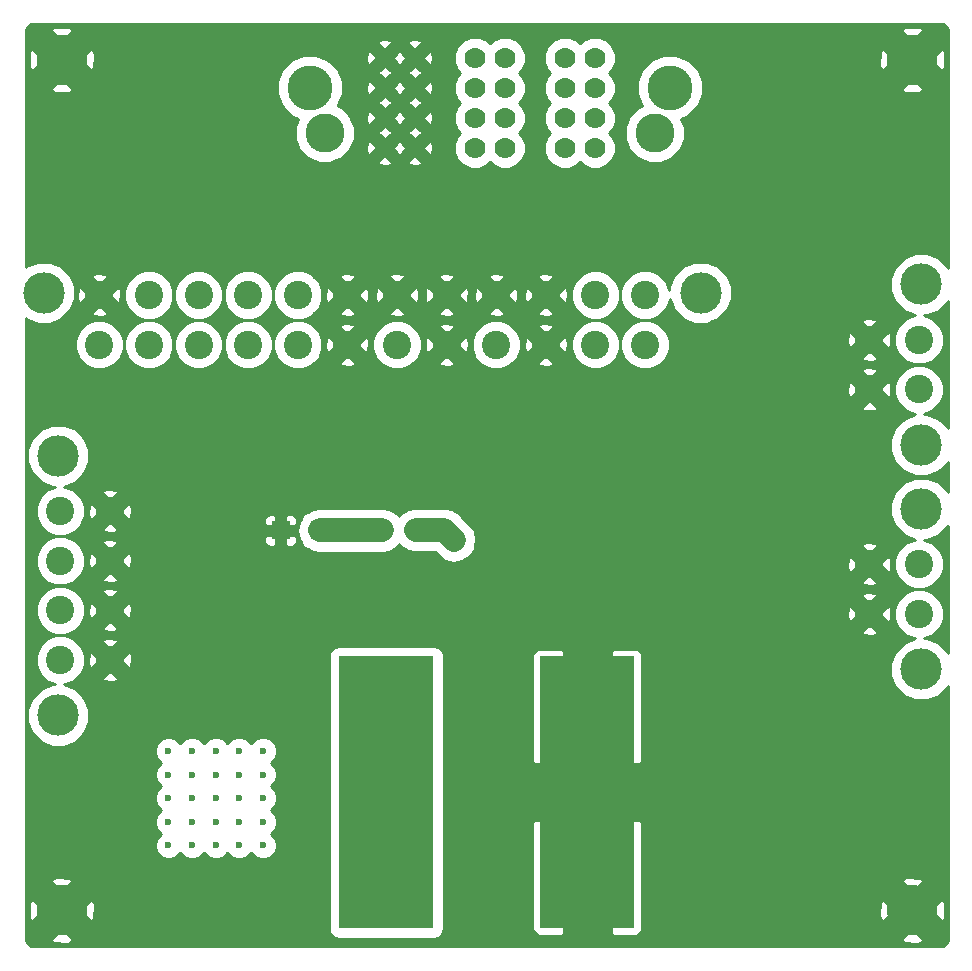
<source format=gbr>
G04 #@! TF.GenerationSoftware,KiCad,Pcbnew,(5.0.1)-3*
G04 #@! TF.CreationDate,2020-07-01T10:05:01+02:00*
G04 #@! TF.ProjectId,alim winterfell,616C696D2077696E74657266656C6C2E,rev?*
G04 #@! TF.SameCoordinates,PX632eb2cPY5b8d544*
G04 #@! TF.FileFunction,Copper,L1,Top,Signal*
G04 #@! TF.FilePolarity,Positive*
%FSLAX46Y46*%
G04 Gerber Fmt 4.6, Leading zero omitted, Abs format (unit mm)*
G04 Created by KiCad (PCBNEW (5.0.1)-3) date 01/07/2020 10:05:01*
%MOMM*%
%LPD*%
G01*
G04 APERTURE LIST*
G04 #@! TA.AperFunction,ViaPad*
%ADD10C,0.600000*%
G04 #@! TD*
G04 #@! TA.AperFunction,SMDPad,CuDef*
%ADD11R,1.500000X1.500000*%
G04 #@! TD*
G04 #@! TA.AperFunction,SMDPad,CuDef*
%ADD12R,0.900000X1.700000*%
G04 #@! TD*
G04 #@! TA.AperFunction,ComponentPad*
%ADD13C,4.300000*%
G04 #@! TD*
G04 #@! TA.AperFunction,ComponentPad*
%ADD14R,8.000000X23.000000*%
G04 #@! TD*
G04 #@! TA.AperFunction,WasherPad*
%ADD15C,3.500000*%
G04 #@! TD*
G04 #@! TA.AperFunction,ComponentPad*
%ADD16C,2.400000*%
G04 #@! TD*
G04 #@! TA.AperFunction,WasherPad*
%ADD17C,3.810000*%
G04 #@! TD*
G04 #@! TA.AperFunction,WasherPad*
%ADD18C,3.302000*%
G04 #@! TD*
G04 #@! TA.AperFunction,ComponentPad*
%ADD19C,1.778000*%
G04 #@! TD*
G04 #@! TA.AperFunction,ViaPad*
%ADD20C,1.200000*%
G04 #@! TD*
G04 #@! TA.AperFunction,Conductor*
%ADD21C,0.250000*%
G04 #@! TD*
G04 #@! TA.AperFunction,Conductor*
%ADD22C,2.000000*%
G04 #@! TD*
G04 #@! TA.AperFunction,Conductor*
%ADD23C,0.254000*%
G04 #@! TD*
G04 APERTURE END LIST*
D10*
G04 #@! TO.N,GND*
G04 #@! TO.C,REF\002A\002A*
X48257700Y27970300D03*
G04 #@! TD*
G04 #@! TO.N,GND*
G04 #@! TO.C,REF\002A\002A*
X46257700Y27970300D03*
G04 #@! TD*
G04 #@! TO.N,GND*
G04 #@! TO.C,REF\002A\002A*
X44257700Y27970300D03*
G04 #@! TD*
G04 #@! TO.N,GND*
G04 #@! TO.C,REF\002A\002A*
X42257700Y27970300D03*
G04 #@! TD*
G04 #@! TO.N,GND*
G04 #@! TO.C,REF\002A\002A*
X40257700Y27970300D03*
G04 #@! TD*
G04 #@! TO.N,GND*
G04 #@! TO.C,REF\002A\002A*
X48257700Y29970300D03*
G04 #@! TD*
G04 #@! TO.N,GND*
G04 #@! TO.C,REF\002A\002A*
X46257700Y29970300D03*
G04 #@! TD*
G04 #@! TO.N,GND*
G04 #@! TO.C,REF\002A\002A*
X44257700Y29970300D03*
G04 #@! TD*
G04 #@! TO.N,GND*
G04 #@! TO.C,REF\002A\002A*
X42257700Y29970300D03*
G04 #@! TD*
G04 #@! TO.N,GND*
G04 #@! TO.C,REF\002A\002A*
X40257700Y29970300D03*
G04 #@! TD*
G04 #@! TO.N,GND*
G04 #@! TO.C,REF\002A\002A*
X48257700Y31970300D03*
G04 #@! TD*
G04 #@! TO.N,GND*
G04 #@! TO.C,REF\002A\002A*
X46257700Y31970300D03*
G04 #@! TD*
G04 #@! TO.N,GND*
G04 #@! TO.C,REF\002A\002A*
X44257700Y31970300D03*
G04 #@! TD*
G04 #@! TO.N,GND*
G04 #@! TO.C,REF\002A\002A*
X42257700Y31970300D03*
G04 #@! TD*
G04 #@! TO.N,GND*
G04 #@! TO.C,REF\002A\002A*
X40257700Y31970300D03*
G04 #@! TD*
G04 #@! TO.N,GND*
G04 #@! TO.C,REF\002A\002A*
X48257700Y33970300D03*
G04 #@! TD*
G04 #@! TO.N,GND*
G04 #@! TO.C,REF\002A\002A*
X46257700Y33970300D03*
G04 #@! TD*
G04 #@! TO.N,GND*
G04 #@! TO.C,REF\002A\002A*
X44257700Y33970300D03*
G04 #@! TD*
G04 #@! TO.N,GND*
G04 #@! TO.C,REF\002A\002A*
X42257700Y33970300D03*
G04 #@! TD*
G04 #@! TO.N,GND*
G04 #@! TO.C,REF\002A\002A*
X40257700Y33970300D03*
G04 #@! TD*
G04 #@! TO.N,GND*
G04 #@! TO.C,REF\002A\002A*
X48257700Y35970300D03*
G04 #@! TD*
G04 #@! TO.N,GND*
G04 #@! TO.C,REF\002A\002A*
X46257700Y35970300D03*
G04 #@! TD*
G04 #@! TO.N,GND*
G04 #@! TO.C,REF\002A\002A*
X44257700Y35970300D03*
G04 #@! TD*
G04 #@! TO.N,GND*
G04 #@! TO.C,REF\002A\002A*
X42257700Y35970300D03*
G04 #@! TD*
G04 #@! TO.N,+12V*
G04 #@! TO.C,REF\002A\002A*
X17046500Y5494900D03*
G04 #@! TD*
G04 #@! TO.N,+12V*
G04 #@! TO.C,REF\002A\002A*
X15046500Y5494900D03*
G04 #@! TD*
G04 #@! TO.N,+12V*
G04 #@! TO.C,REF\002A\002A*
X13046500Y5494900D03*
G04 #@! TD*
G04 #@! TO.N,+12V*
G04 #@! TO.C,REF\002A\002A*
X11046500Y5494900D03*
G04 #@! TD*
G04 #@! TO.N,+12V*
G04 #@! TO.C,REF\002A\002A*
X9046500Y5494900D03*
G04 #@! TD*
G04 #@! TO.N,+12V*
G04 #@! TO.C,REF\002A\002A*
X17046500Y7494900D03*
G04 #@! TD*
G04 #@! TO.N,+12V*
G04 #@! TO.C,REF\002A\002A*
X15046500Y7494900D03*
G04 #@! TD*
G04 #@! TO.N,+12V*
G04 #@! TO.C,REF\002A\002A*
X13046500Y7494900D03*
G04 #@! TD*
G04 #@! TO.N,+12V*
G04 #@! TO.C,REF\002A\002A*
X11046500Y7494900D03*
G04 #@! TD*
G04 #@! TO.N,+12V*
G04 #@! TO.C,REF\002A\002A*
X9046500Y7494900D03*
G04 #@! TD*
G04 #@! TO.N,+12V*
G04 #@! TO.C,REF\002A\002A*
X17046500Y9494900D03*
G04 #@! TD*
G04 #@! TO.N,+12V*
G04 #@! TO.C,REF\002A\002A*
X15046500Y9494900D03*
G04 #@! TD*
G04 #@! TO.N,+12V*
G04 #@! TO.C,REF\002A\002A*
X13046500Y9494900D03*
G04 #@! TD*
G04 #@! TO.N,+12V*
G04 #@! TO.C,REF\002A\002A*
X11046500Y9494900D03*
G04 #@! TD*
G04 #@! TO.N,+12V*
G04 #@! TO.C,REF\002A\002A*
X9046500Y9494900D03*
G04 #@! TD*
G04 #@! TO.N,+12V*
G04 #@! TO.C,REF\002A\002A*
X17046500Y11494900D03*
G04 #@! TD*
G04 #@! TO.N,+12V*
G04 #@! TO.C,REF\002A\002A*
X15046500Y11494900D03*
G04 #@! TD*
G04 #@! TO.N,+12V*
G04 #@! TO.C,REF\002A\002A*
X13046500Y11494900D03*
G04 #@! TD*
G04 #@! TO.N,+12V*
G04 #@! TO.C,REF\002A\002A*
X11046500Y11494900D03*
G04 #@! TD*
G04 #@! TO.N,+12V*
G04 #@! TO.C,REF\002A\002A*
X9046500Y11494900D03*
G04 #@! TD*
G04 #@! TO.N,+12V*
G04 #@! TO.C,REF\002A\002A*
X17046500Y13494900D03*
G04 #@! TD*
G04 #@! TO.N,+12V*
G04 #@! TO.C,REF\002A\002A*
X15046500Y13494900D03*
G04 #@! TD*
G04 #@! TO.N,+12V*
G04 #@! TO.C,REF\002A\002A*
X13046500Y13494900D03*
G04 #@! TD*
G04 #@! TO.N,+12V*
G04 #@! TO.C,REF\002A\002A*
X11046500Y13494900D03*
G04 #@! TD*
D11*
G04 #@! TO.P,D1,1*
G04 #@! TO.N,GND*
X18555700Y32164020D03*
G04 #@! TO.P,D1,2*
G04 #@! TO.N,Net-(D1-Pad2)*
X21855700Y32164020D03*
G04 #@! TD*
D12*
G04 #@! TO.P,R1,2*
G04 #@! TO.N,+12V*
X30047860Y32181800D03*
G04 #@! TO.P,R1,1*
G04 #@! TO.N,Net-(D1-Pad2)*
X27147860Y32181800D03*
G04 #@! TD*
D13*
G04 #@! TO.P,TP1,1*
G04 #@! TO.N,GND*
X12400Y-700D03*
G04 #@! TD*
G04 #@! TO.P,TP2,1*
G04 #@! TO.N,GND*
X72012400Y-700D03*
G04 #@! TD*
G04 #@! TO.P,TP3,1*
G04 #@! TO.N,GND*
X72012400Y71999300D03*
G04 #@! TD*
G04 #@! TO.P,TP4,1*
G04 #@! TO.N,GND*
X12400Y71999300D03*
G04 #@! TD*
D10*
G04 #@! TO.N,+12V*
G04 #@! TO.C,REF\002A\002A*
X9046500Y13494900D03*
G04 #@! TD*
G04 #@! TO.N,GND*
G04 #@! TO.C,REF\002A\002A*
X40257700Y35970300D03*
G04 #@! TD*
D14*
G04 #@! TO.P,TP5,1*
G04 #@! TO.N,+12V*
X27499700Y9999300D03*
G04 #@! TD*
G04 #@! TO.P,TP6,1*
G04 #@! TO.N,GND*
X44499700Y9999300D03*
G04 #@! TD*
D15*
G04 #@! TO.P,J4,*
G04 #@! TO.N,*
X54099700Y52299300D03*
X-1500300Y52299300D03*
D16*
G04 #@! TO.P,J4,1*
G04 #@! TO.N,Net-(J4-Pad1)*
X49399700Y47899300D03*
G04 #@! TO.P,J4,2*
G04 #@! TO.N,Net-(J4-Pad2)*
X45199700Y47899300D03*
G04 #@! TO.P,J4,3*
G04 #@! TO.N,GND*
X40999700Y47899300D03*
G04 #@! TO.P,J4,4*
G04 #@! TO.N,Net-(J4-Pad4)*
X36799700Y47899300D03*
G04 #@! TO.P,J4,5*
G04 #@! TO.N,GND*
X32599700Y47899300D03*
G04 #@! TO.P,J4,6*
G04 #@! TO.N,Net-(J4-Pad6)*
X28399700Y47899300D03*
G04 #@! TO.P,J4,7*
G04 #@! TO.N,GND*
X24199700Y47899300D03*
G04 #@! TO.P,J4,8*
G04 #@! TO.N,Net-(J4-Pad8)*
X19999700Y47899300D03*
G04 #@! TO.P,J4,9*
G04 #@! TO.N,Net-(J4-Pad9)*
X15799700Y47899300D03*
G04 #@! TO.P,J4,10*
G04 #@! TO.N,+12V*
X11599700Y47899300D03*
G04 #@! TO.P,J4,11*
X7399700Y47899300D03*
G04 #@! TO.P,J4,12*
G04 #@! TO.N,Net-(J4-Pad12)*
X3199700Y47899300D03*
G04 #@! TO.P,J4,13*
G04 #@! TO.N,Net-(J4-Pad13)*
X49399700Y52099300D03*
G04 #@! TO.P,J4,14*
G04 #@! TO.N,Net-(J4-Pad14)*
X45199700Y52099300D03*
G04 #@! TO.P,J4,15*
G04 #@! TO.N,GND*
X40999700Y52099300D03*
G04 #@! TO.P,J4,16*
X36799700Y52099300D03*
G04 #@! TO.P,J4,17*
X32599700Y52099300D03*
G04 #@! TO.P,J4,18*
X28399700Y52099300D03*
G04 #@! TO.P,J4,19*
X24199700Y52099300D03*
G04 #@! TO.P,J4,20*
G04 #@! TO.N,Net-(J4-Pad20)*
X19999700Y52099300D03*
G04 #@! TO.P,J4,21*
G04 #@! TO.N,Net-(J4-Pad21)*
X15799700Y52099300D03*
G04 #@! TO.P,J4,22*
G04 #@! TO.N,Net-(J4-Pad22)*
X11599700Y52099300D03*
G04 #@! TO.P,J4,23*
G04 #@! TO.N,Net-(J4-Pad23)*
X7399700Y52099300D03*
G04 #@! TO.P,J4,24*
G04 #@! TO.N,GND*
X3199700Y52099300D03*
G04 #@! TD*
D17*
G04 #@! TO.P,J5,*
G04 #@! TO.N,*
X51494380Y69649300D03*
X21014380Y69649300D03*
D18*
X50224380Y65839300D03*
X22284380Y65839300D03*
D19*
G04 #@! TO.P,J5,1*
G04 #@! TO.N,GND*
X27364380Y72189300D03*
G04 #@! TO.P,J5,9*
G04 #@! TO.N,Net-(J5-Pad9)*
X34984380Y72189300D03*
G04 #@! TO.P,J5,17*
G04 #@! TO.N,+12V*
X42604380Y72189300D03*
G04 #@! TO.P,J5,2*
G04 #@! TO.N,GND*
X27364380Y69649300D03*
G04 #@! TO.P,J5,3*
X27364380Y67109300D03*
G04 #@! TO.P,J5,4*
X27364380Y64569300D03*
G04 #@! TO.P,J5,5*
X29904380Y72189300D03*
G04 #@! TO.P,J5,6*
X29904380Y69649300D03*
G04 #@! TO.P,J5,7*
X29904380Y67109300D03*
G04 #@! TO.P,J5,8*
X29904380Y64569300D03*
G04 #@! TO.P,J5,10*
G04 #@! TO.N,Net-(J5-Pad10)*
X34984380Y69649300D03*
G04 #@! TO.P,J5,11*
G04 #@! TO.N,Net-(J5-Pad11)*
X34984380Y67109300D03*
G04 #@! TO.P,J5,12*
G04 #@! TO.N,Net-(J5-Pad12)*
X34984380Y64569300D03*
G04 #@! TO.P,J5,13*
G04 #@! TO.N,Net-(J5-Pad13)*
X37524380Y72189300D03*
G04 #@! TO.P,J5,14*
G04 #@! TO.N,Net-(J5-Pad14)*
X37524380Y69649300D03*
G04 #@! TO.P,J5,15*
G04 #@! TO.N,Net-(J5-Pad15)*
X37524380Y67109300D03*
G04 #@! TO.P,J5,16*
G04 #@! TO.N,Net-(J5-Pad16)*
X37524380Y64569300D03*
G04 #@! TO.P,J5,18*
G04 #@! TO.N,+12V*
X42604380Y69649300D03*
G04 #@! TO.P,J5,19*
X42604380Y67109300D03*
G04 #@! TO.P,J5,20*
X42604380Y64569300D03*
G04 #@! TO.P,J5,21*
X45144380Y72189300D03*
G04 #@! TO.P,J5,22*
X45144380Y69649300D03*
G04 #@! TO.P,J5,23*
X45144380Y67109300D03*
G04 #@! TO.P,J5,24*
X45144380Y64569300D03*
G04 #@! TD*
D16*
G04 #@! TO.P,J1,4*
G04 #@! TO.N,+12V*
X72599700Y29299300D03*
G04 #@! TO.P,J1,3*
X72599700Y25099300D03*
G04 #@! TO.P,J1,2*
G04 #@! TO.N,GND*
X68399700Y29299300D03*
G04 #@! TO.P,J1,1*
X68399700Y25099300D03*
D15*
G04 #@! TO.P,J1,*
G04 #@! TO.N,*
X72790700Y33999300D03*
X72790700Y20399300D03*
G04 #@! TD*
G04 #@! TO.P,J2,*
G04 #@! TO.N,*
X72790700Y39399300D03*
X72790700Y52999300D03*
D16*
G04 #@! TO.P,J2,1*
G04 #@! TO.N,GND*
X68399700Y44099300D03*
G04 #@! TO.P,J2,2*
X68399700Y48299300D03*
G04 #@! TO.P,J2,3*
G04 #@! TO.N,+12V*
X72599700Y44099300D03*
G04 #@! TO.P,J2,4*
X72599700Y48299300D03*
G04 #@! TD*
G04 #@! TO.P,J3,1*
G04 #@! TO.N,GND*
X4099700Y33799300D03*
G04 #@! TO.P,J3,2*
X4099700Y29599300D03*
G04 #@! TO.P,J3,3*
X4099700Y25399300D03*
G04 #@! TO.P,J3,4*
X4099700Y21199300D03*
G04 #@! TO.P,J3,5*
G04 #@! TO.N,+12V*
X-100300Y33799300D03*
G04 #@! TO.P,J3,6*
X-100300Y29599300D03*
G04 #@! TO.P,J3,7*
X-100300Y25399300D03*
G04 #@! TO.P,J3,8*
X-100300Y21199300D03*
D15*
G04 #@! TO.P,J3,*
G04 #@! TO.N,*
X-291300Y38499300D03*
X-291300Y16499300D03*
G04 #@! TD*
D20*
G04 #@! TO.N,+12V*
X33197800Y31343600D03*
G04 #@! TD*
D21*
G04 #@! TO.N,Net-(D1-Pad2)*
X27130080Y32164020D02*
X27147860Y32181800D01*
D22*
X21855700Y32164020D02*
X27130080Y32164020D01*
G04 #@! TO.N,+12V*
X30047860Y32181800D02*
X32359600Y32181800D01*
X32359600Y32181800D02*
X33197800Y31343600D01*
G04 #@! TD*
D23*
G04 #@! TO.N,GND*
G36*
X75047701Y74604968D02*
X75047701Y54415100D01*
X75017763Y54487376D01*
X74278776Y55226363D01*
X73313243Y55626300D01*
X72268157Y55626300D01*
X71302624Y55226363D01*
X70563637Y54487376D01*
X70163700Y53521843D01*
X70163700Y52476757D01*
X70563637Y51511224D01*
X71302624Y50772237D01*
X72258500Y50376300D01*
X72186559Y50376300D01*
X71423174Y50060096D01*
X70838904Y49475826D01*
X70522700Y48712441D01*
X70522700Y47886159D01*
X70838904Y47122774D01*
X71423174Y46538504D01*
X72186559Y46222300D01*
X73012841Y46222300D01*
X73776226Y46538504D01*
X74360496Y47122774D01*
X74676700Y47886159D01*
X74676700Y48712441D01*
X74360496Y49475826D01*
X73776226Y50060096D01*
X73022498Y50372300D01*
X73313243Y50372300D01*
X74278776Y50772237D01*
X75017763Y51511224D01*
X75047701Y51583500D01*
X75047701Y40815100D01*
X75017763Y40887376D01*
X74278776Y41626363D01*
X73313243Y42026300D01*
X73022498Y42026300D01*
X73776226Y42338504D01*
X74360496Y42922774D01*
X74676700Y43686159D01*
X74676700Y44512441D01*
X74360496Y45275826D01*
X73776226Y45860096D01*
X73012841Y46176300D01*
X72186559Y46176300D01*
X71423174Y45860096D01*
X70838904Y45275826D01*
X70522700Y44512441D01*
X70522700Y43686159D01*
X70838904Y42922774D01*
X71423174Y42338504D01*
X72186559Y42022300D01*
X72258500Y42022300D01*
X71302624Y41626363D01*
X70563637Y40887376D01*
X70163700Y39921843D01*
X70163700Y38876757D01*
X70563637Y37911224D01*
X71302624Y37172237D01*
X72268157Y36772300D01*
X73313243Y36772300D01*
X74278776Y37172237D01*
X75017763Y37911224D01*
X75047701Y37983500D01*
X75047700Y35415101D01*
X75017763Y35487376D01*
X74278776Y36226363D01*
X73313243Y36626300D01*
X72268157Y36626300D01*
X71302624Y36226363D01*
X70563637Y35487376D01*
X70163700Y34521843D01*
X70163700Y33476757D01*
X70563637Y32511224D01*
X71302624Y31772237D01*
X72258500Y31376300D01*
X72186559Y31376300D01*
X71423174Y31060096D01*
X70838904Y30475826D01*
X70522700Y29712441D01*
X70522700Y28886159D01*
X70838904Y28122774D01*
X71423174Y27538504D01*
X72186559Y27222300D01*
X73012841Y27222300D01*
X73776226Y27538504D01*
X74360496Y28122774D01*
X74676700Y28886159D01*
X74676700Y29712441D01*
X74360496Y30475826D01*
X73776226Y31060096D01*
X73022498Y31372300D01*
X73313243Y31372300D01*
X74278776Y31772237D01*
X75017763Y32511224D01*
X75047700Y32583499D01*
X75047700Y21815101D01*
X75017763Y21887376D01*
X74278776Y22626363D01*
X73313243Y23026300D01*
X73022498Y23026300D01*
X73776226Y23338504D01*
X74360496Y23922774D01*
X74676700Y24686159D01*
X74676700Y25512441D01*
X74360496Y26275826D01*
X73776226Y26860096D01*
X73012841Y27176300D01*
X72186559Y27176300D01*
X71423174Y26860096D01*
X70838904Y26275826D01*
X70522700Y25512441D01*
X70522700Y24686159D01*
X70838904Y23922774D01*
X71423174Y23338504D01*
X72186559Y23022300D01*
X72258500Y23022300D01*
X71302624Y22626363D01*
X70563637Y21887376D01*
X70163700Y20921843D01*
X70163700Y19876757D01*
X70563637Y18911224D01*
X71302624Y18172237D01*
X72268157Y17772300D01*
X73313243Y17772300D01*
X74278776Y18172237D01*
X75017763Y18911224D01*
X75047700Y18983499D01*
X75047700Y-2606369D01*
X74605369Y-3048700D01*
X-2605969Y-3048700D01*
X-3048300Y-2606369D01*
X-3048300Y-2497377D01*
X-963997Y-2497377D01*
X-662729Y-2758834D01*
X444154Y-2807244D01*
X687529Y-2758834D01*
X988797Y-2497377D01*
X71036003Y-2497377D01*
X71337271Y-2758834D01*
X72444154Y-2807244D01*
X72687529Y-2758834D01*
X72988797Y-2497377D01*
X72012400Y-1520980D01*
X71036003Y-2497377D01*
X988797Y-2497377D01*
X12400Y-1520980D01*
X-963997Y-2497377D01*
X-3048300Y-2497377D01*
X-3048300Y-432454D01*
X-2794144Y-432454D01*
X-2745734Y-675829D01*
X-2484277Y-977097D01*
X-1507880Y-700D01*
X1532680Y-700D01*
X2509077Y-977097D01*
X2770534Y-675829D01*
X2818944Y431054D01*
X2770534Y674429D01*
X2509077Y975697D01*
X1532680Y-700D01*
X-1507880Y-700D01*
X-2484277Y975697D01*
X-2745734Y674429D01*
X-2794144Y-432454D01*
X-3048300Y-432454D01*
X-3048300Y2495977D01*
X-963997Y2495977D01*
X12400Y1519580D01*
X988797Y2495977D01*
X687529Y2757434D01*
X-419354Y2805844D01*
X-662729Y2757434D01*
X-963997Y2495977D01*
X-3048300Y2495977D01*
X-3048300Y13729020D01*
X7869500Y13729020D01*
X7869500Y13260780D01*
X8048687Y12828183D01*
X8379783Y12497087D01*
X8385063Y12494900D01*
X8379783Y12492713D01*
X8048687Y12161617D01*
X7869500Y11729020D01*
X7869500Y11260780D01*
X8048687Y10828183D01*
X8379783Y10497087D01*
X8385063Y10494900D01*
X8379783Y10492713D01*
X8048687Y10161617D01*
X7869500Y9729020D01*
X7869500Y9260780D01*
X8048687Y8828183D01*
X8379783Y8497087D01*
X8385063Y8494900D01*
X8379783Y8492713D01*
X8048687Y8161617D01*
X7869500Y7729020D01*
X7869500Y7260780D01*
X8048687Y6828183D01*
X8379783Y6497087D01*
X8385063Y6494900D01*
X8379783Y6492713D01*
X8048687Y6161617D01*
X7869500Y5729020D01*
X7869500Y5260780D01*
X8048687Y4828183D01*
X8379783Y4497087D01*
X8812380Y4317900D01*
X9280620Y4317900D01*
X9713217Y4497087D01*
X10044313Y4828183D01*
X10046500Y4833463D01*
X10048687Y4828183D01*
X10379783Y4497087D01*
X10812380Y4317900D01*
X11280620Y4317900D01*
X11713217Y4497087D01*
X12044313Y4828183D01*
X12046500Y4833463D01*
X12048687Y4828183D01*
X12379783Y4497087D01*
X12812380Y4317900D01*
X13280620Y4317900D01*
X13713217Y4497087D01*
X14044313Y4828183D01*
X14046500Y4833463D01*
X14048687Y4828183D01*
X14379783Y4497087D01*
X14812380Y4317900D01*
X15280620Y4317900D01*
X15713217Y4497087D01*
X16044313Y4828183D01*
X16046500Y4833463D01*
X16048687Y4828183D01*
X16379783Y4497087D01*
X16812380Y4317900D01*
X17280620Y4317900D01*
X17713217Y4497087D01*
X18044313Y4828183D01*
X18223500Y5260780D01*
X18223500Y5729020D01*
X18044313Y6161617D01*
X17713217Y6492713D01*
X17707937Y6494900D01*
X17713217Y6497087D01*
X18044313Y6828183D01*
X18223500Y7260780D01*
X18223500Y7729020D01*
X18044313Y8161617D01*
X17713217Y8492713D01*
X17707937Y8494900D01*
X17713217Y8497087D01*
X18044313Y8828183D01*
X18223500Y9260780D01*
X18223500Y9729020D01*
X18044313Y10161617D01*
X17713217Y10492713D01*
X17707937Y10494900D01*
X17713217Y10497087D01*
X18044313Y10828183D01*
X18223500Y11260780D01*
X18223500Y11729020D01*
X18044313Y12161617D01*
X17713217Y12492713D01*
X17707937Y12494900D01*
X17713217Y12497087D01*
X18044313Y12828183D01*
X18223500Y13260780D01*
X18223500Y13729020D01*
X18044313Y14161617D01*
X17713217Y14492713D01*
X17280620Y14671900D01*
X16812380Y14671900D01*
X16379783Y14492713D01*
X16048687Y14161617D01*
X16046500Y14156337D01*
X16044313Y14161617D01*
X15713217Y14492713D01*
X15280620Y14671900D01*
X14812380Y14671900D01*
X14379783Y14492713D01*
X14048687Y14161617D01*
X14046500Y14156337D01*
X14044313Y14161617D01*
X13713217Y14492713D01*
X13280620Y14671900D01*
X12812380Y14671900D01*
X12379783Y14492713D01*
X12048687Y14161617D01*
X12046500Y14156337D01*
X12044313Y14161617D01*
X11713217Y14492713D01*
X11280620Y14671900D01*
X10812380Y14671900D01*
X10379783Y14492713D01*
X10048687Y14161617D01*
X10046500Y14156337D01*
X10044313Y14161617D01*
X9713217Y14492713D01*
X9280620Y14671900D01*
X8812380Y14671900D01*
X8379783Y14492713D01*
X8048687Y14161617D01*
X7869500Y13729020D01*
X-3048300Y13729020D01*
X-3048300Y17021843D01*
X-2918300Y17021843D01*
X-2918300Y15976757D01*
X-2518363Y15011224D01*
X-1779376Y14272237D01*
X-813843Y13872300D01*
X231243Y13872300D01*
X1196776Y14272237D01*
X1935763Y15011224D01*
X2335700Y15976757D01*
X2335700Y17021843D01*
X1935763Y17987376D01*
X1196776Y18726363D01*
X240900Y19122300D01*
X312841Y19122300D01*
X1076226Y19438504D01*
X1278820Y19641098D01*
X3390026Y19641098D01*
X3543477Y19412943D01*
X4269426Y19336064D01*
X4655923Y19412943D01*
X4809374Y19641098D01*
X4099700Y20350772D01*
X3390026Y19641098D01*
X1278820Y19641098D01*
X1660496Y20022774D01*
X1976700Y20786159D01*
X1976700Y21029574D01*
X2236464Y21029574D01*
X2313343Y20643077D01*
X2541498Y20489626D01*
X3251172Y21199300D01*
X4948228Y21199300D01*
X5657902Y20489626D01*
X5886057Y20643077D01*
X5962936Y21369026D01*
X5937023Y21499300D01*
X22605519Y21499300D01*
X22605519Y-1500700D01*
X22673584Y-1842888D01*
X22867419Y-2132981D01*
X23157512Y-2326816D01*
X23499700Y-2394881D01*
X31499700Y-2394881D01*
X31841888Y-2326816D01*
X32131981Y-2132981D01*
X32325816Y-1842888D01*
X32393881Y-1500700D01*
X32393881Y7467550D01*
X39864700Y7467550D01*
X39864700Y-1627010D01*
X39961373Y-1860399D01*
X40140002Y-2039027D01*
X40373391Y-2135700D01*
X42340950Y-2135700D01*
X42499700Y-1976950D01*
X42499700Y7626300D01*
X46499700Y7626300D01*
X46499700Y-1976950D01*
X46658450Y-2135700D01*
X48626009Y-2135700D01*
X48859398Y-2039027D01*
X49038027Y-1860399D01*
X49134700Y-1627010D01*
X49134700Y-432454D01*
X69205856Y-432454D01*
X69254266Y-675829D01*
X69515723Y-977097D01*
X70492120Y-700D01*
X73532680Y-700D01*
X74509077Y-977097D01*
X74770534Y-675829D01*
X74818944Y431054D01*
X74770534Y674429D01*
X74509077Y975697D01*
X73532680Y-700D01*
X70492120Y-700D01*
X69515723Y975697D01*
X69254266Y674429D01*
X69205856Y-432454D01*
X49134700Y-432454D01*
X49134700Y2495977D01*
X71036003Y2495977D01*
X72012400Y1519580D01*
X72988797Y2495977D01*
X72687529Y2757434D01*
X71580646Y2805844D01*
X71337271Y2757434D01*
X71036003Y2495977D01*
X49134700Y2495977D01*
X49134700Y7467550D01*
X48975950Y7626300D01*
X46499700Y7626300D01*
X42499700Y7626300D01*
X40023450Y7626300D01*
X39864700Y7467550D01*
X32393881Y7467550D01*
X32393881Y21499300D01*
X32368757Y21625610D01*
X39864700Y21625610D01*
X39864700Y12531050D01*
X40023450Y12372300D01*
X42499700Y12372300D01*
X42499700Y21975550D01*
X46499700Y21975550D01*
X46499700Y12372300D01*
X48975950Y12372300D01*
X49134700Y12531050D01*
X49134700Y21625610D01*
X49038027Y21858999D01*
X48859398Y22037627D01*
X48626009Y22134300D01*
X46658450Y22134300D01*
X46499700Y21975550D01*
X42499700Y21975550D01*
X42340950Y22134300D01*
X40373391Y22134300D01*
X40140002Y22037627D01*
X39961373Y21858999D01*
X39864700Y21625610D01*
X32368757Y21625610D01*
X32325816Y21841488D01*
X32131981Y22131581D01*
X31841888Y22325416D01*
X31499700Y22393481D01*
X23499700Y22393481D01*
X23157512Y22325416D01*
X22867419Y22131581D01*
X22673584Y21841488D01*
X22605519Y21499300D01*
X5937023Y21499300D01*
X5886057Y21755523D01*
X5657902Y21908974D01*
X4948228Y21199300D01*
X3251172Y21199300D01*
X2541498Y21908974D01*
X2313343Y21755523D01*
X2236464Y21029574D01*
X1976700Y21029574D01*
X1976700Y21612441D01*
X1660496Y22375826D01*
X1278820Y22757502D01*
X3390026Y22757502D01*
X4099700Y22047828D01*
X4809374Y22757502D01*
X4655923Y22985657D01*
X3929974Y23062536D01*
X3543477Y22985657D01*
X3390026Y22757502D01*
X1278820Y22757502D01*
X1076226Y22960096D01*
X312841Y23276300D01*
X-513441Y23276300D01*
X-1276826Y22960096D01*
X-1861096Y22375826D01*
X-2177300Y21612441D01*
X-2177300Y20786159D01*
X-1861096Y20022774D01*
X-1276826Y19438504D01*
X-523098Y19126300D01*
X-813843Y19126300D01*
X-1779376Y18726363D01*
X-2518363Y17987376D01*
X-2918300Y17021843D01*
X-3048300Y17021843D01*
X-3048300Y25812441D01*
X-2177300Y25812441D01*
X-2177300Y24986159D01*
X-1861096Y24222774D01*
X-1276826Y23638504D01*
X-513441Y23322300D01*
X312841Y23322300D01*
X1076226Y23638504D01*
X1278820Y23841098D01*
X3390026Y23841098D01*
X3543477Y23612943D01*
X4269426Y23536064D01*
X4294733Y23541098D01*
X67690026Y23541098D01*
X67843477Y23312943D01*
X68569426Y23236064D01*
X68955923Y23312943D01*
X69109374Y23541098D01*
X68399700Y24250772D01*
X67690026Y23541098D01*
X4294733Y23541098D01*
X4655923Y23612943D01*
X4809374Y23841098D01*
X4099700Y24550772D01*
X3390026Y23841098D01*
X1278820Y23841098D01*
X1660496Y24222774D01*
X1976700Y24986159D01*
X1976700Y25229574D01*
X2236464Y25229574D01*
X2313343Y24843077D01*
X2541498Y24689626D01*
X3251172Y25399300D01*
X4948228Y25399300D01*
X5657902Y24689626D01*
X5886057Y24843077D01*
X5895217Y24929574D01*
X66536464Y24929574D01*
X66613343Y24543077D01*
X66841498Y24389626D01*
X67551172Y25099300D01*
X69248228Y25099300D01*
X69957902Y24389626D01*
X70186057Y24543077D01*
X70262936Y25269026D01*
X70186057Y25655523D01*
X69957902Y25808974D01*
X69248228Y25099300D01*
X67551172Y25099300D01*
X66841498Y25808974D01*
X66613343Y25655523D01*
X66536464Y24929574D01*
X5895217Y24929574D01*
X5962936Y25569026D01*
X5886057Y25955523D01*
X5657902Y26108974D01*
X4948228Y25399300D01*
X3251172Y25399300D01*
X2541498Y26108974D01*
X2313343Y25955523D01*
X2236464Y25229574D01*
X1976700Y25229574D01*
X1976700Y25812441D01*
X1660496Y26575826D01*
X1278820Y26957502D01*
X3390026Y26957502D01*
X4099700Y26247828D01*
X4509374Y26657502D01*
X67690026Y26657502D01*
X68399700Y25947828D01*
X69109374Y26657502D01*
X68955923Y26885657D01*
X68229974Y26962536D01*
X67843477Y26885657D01*
X67690026Y26657502D01*
X4509374Y26657502D01*
X4809374Y26957502D01*
X4655923Y27185657D01*
X3929974Y27262536D01*
X3543477Y27185657D01*
X3390026Y26957502D01*
X1278820Y26957502D01*
X1076226Y27160096D01*
X312841Y27476300D01*
X-513441Y27476300D01*
X-1276826Y27160096D01*
X-1861096Y26575826D01*
X-2177300Y25812441D01*
X-3048300Y25812441D01*
X-3048300Y30012441D01*
X-2177300Y30012441D01*
X-2177300Y29186159D01*
X-1861096Y28422774D01*
X-1276826Y27838504D01*
X-513441Y27522300D01*
X312841Y27522300D01*
X1076226Y27838504D01*
X1278820Y28041098D01*
X3390026Y28041098D01*
X3543477Y27812943D01*
X4269426Y27736064D01*
X4294733Y27741098D01*
X67690026Y27741098D01*
X67843477Y27512943D01*
X68569426Y27436064D01*
X68955923Y27512943D01*
X69109374Y27741098D01*
X68399700Y28450772D01*
X67690026Y27741098D01*
X4294733Y27741098D01*
X4655923Y27812943D01*
X4809374Y28041098D01*
X4099700Y28750772D01*
X3390026Y28041098D01*
X1278820Y28041098D01*
X1660496Y28422774D01*
X1976700Y29186159D01*
X1976700Y29429574D01*
X2236464Y29429574D01*
X2313343Y29043077D01*
X2541498Y28889626D01*
X3251172Y29599300D01*
X4948228Y29599300D01*
X5657902Y28889626D01*
X5886057Y29043077D01*
X5895217Y29129574D01*
X66536464Y29129574D01*
X66613343Y28743077D01*
X66841498Y28589626D01*
X67551172Y29299300D01*
X69248228Y29299300D01*
X69957902Y28589626D01*
X70186057Y28743077D01*
X70262936Y29469026D01*
X70186057Y29855523D01*
X69957902Y30008974D01*
X69248228Y29299300D01*
X67551172Y29299300D01*
X66841498Y30008974D01*
X66613343Y29855523D01*
X66536464Y29129574D01*
X5895217Y29129574D01*
X5962936Y29769026D01*
X5886057Y30155523D01*
X5657902Y30308974D01*
X4948228Y29599300D01*
X3251172Y29599300D01*
X2541498Y30308974D01*
X2313343Y30155523D01*
X2236464Y29429574D01*
X1976700Y29429574D01*
X1976700Y30012441D01*
X1660496Y30775826D01*
X1278820Y31157502D01*
X3390026Y31157502D01*
X4099700Y30447828D01*
X4809374Y31157502D01*
X4655923Y31385657D01*
X3929974Y31462536D01*
X3543477Y31385657D01*
X3390026Y31157502D01*
X1278820Y31157502D01*
X1076226Y31360096D01*
X423968Y31630270D01*
X17170700Y31630270D01*
X17170700Y31287710D01*
X17267373Y31054321D01*
X17446002Y30875693D01*
X17679391Y30779020D01*
X18021950Y30779020D01*
X18180700Y30937770D01*
X18180700Y31789020D01*
X18930700Y31789020D01*
X18930700Y30937770D01*
X19089450Y30779020D01*
X19432009Y30779020D01*
X19665398Y30875693D01*
X19844027Y31054321D01*
X19940700Y31287710D01*
X19940700Y31630270D01*
X19781950Y31789020D01*
X18930700Y31789020D01*
X18180700Y31789020D01*
X17329450Y31789020D01*
X17170700Y31630270D01*
X423968Y31630270D01*
X312841Y31676300D01*
X-513441Y31676300D01*
X-1276826Y31360096D01*
X-1861096Y30775826D01*
X-2177300Y30012441D01*
X-3048300Y30012441D01*
X-3048300Y39021843D01*
X-2918300Y39021843D01*
X-2918300Y37976757D01*
X-2518363Y37011224D01*
X-1779376Y36272237D01*
X-813843Y35872300D01*
X-523098Y35872300D01*
X-1276826Y35560096D01*
X-1861096Y34975826D01*
X-2177300Y34212441D01*
X-2177300Y33386159D01*
X-1861096Y32622774D01*
X-1276826Y32038504D01*
X-513441Y31722300D01*
X312841Y31722300D01*
X1076226Y32038504D01*
X1278820Y32241098D01*
X3390026Y32241098D01*
X3543477Y32012943D01*
X4269426Y31936064D01*
X4655923Y32012943D01*
X4757533Y32164020D01*
X19941928Y32164020D01*
X20087605Y31431651D01*
X20259050Y31175067D01*
X20279584Y31071832D01*
X20473419Y30781739D01*
X20763512Y30587904D01*
X20866747Y30567370D01*
X21123331Y30395925D01*
X21670834Y30287020D01*
X27314946Y30287020D01*
X27862449Y30395925D01*
X28483321Y30810779D01*
X28594910Y30977784D01*
X28694619Y30828559D01*
X29315491Y30413705D01*
X29862994Y30304800D01*
X31582122Y30304800D01*
X32001281Y29885641D01*
X32465431Y29575505D01*
X33197800Y29429829D01*
X33930169Y29575505D01*
X34551041Y29990359D01*
X34965895Y30611231D01*
X35014880Y30857502D01*
X67690026Y30857502D01*
X68399700Y30147828D01*
X69109374Y30857502D01*
X68955923Y31085657D01*
X68229974Y31162536D01*
X67843477Y31085657D01*
X67690026Y30857502D01*
X35014880Y30857502D01*
X35111571Y31343600D01*
X34965895Y32075969D01*
X34655759Y32540119D01*
X33817560Y33378318D01*
X33712841Y33535041D01*
X33091969Y33949895D01*
X32544466Y34058800D01*
X32544462Y34058800D01*
X32359600Y34095571D01*
X32174738Y34058800D01*
X29862994Y34058800D01*
X29315491Y33949895D01*
X28694619Y33535041D01*
X28583030Y33368036D01*
X28483321Y33517261D01*
X27862449Y33932115D01*
X27314946Y34041020D01*
X21670834Y34041020D01*
X21123331Y33932115D01*
X20866747Y33760670D01*
X20763512Y33740136D01*
X20473419Y33546301D01*
X20279584Y33256208D01*
X20259050Y33152973D01*
X20087605Y32896389D01*
X19941928Y32164020D01*
X4757533Y32164020D01*
X4809374Y32241098D01*
X4099700Y32950772D01*
X3390026Y32241098D01*
X1278820Y32241098D01*
X1660496Y32622774D01*
X1833453Y33040330D01*
X17170700Y33040330D01*
X17170700Y32697770D01*
X17329450Y32539020D01*
X18180700Y32539020D01*
X18180700Y33390270D01*
X18930700Y33390270D01*
X18930700Y32539020D01*
X19781950Y32539020D01*
X19940700Y32697770D01*
X19940700Y33040330D01*
X19844027Y33273719D01*
X19665398Y33452347D01*
X19432009Y33549020D01*
X19089450Y33549020D01*
X18930700Y33390270D01*
X18180700Y33390270D01*
X18021950Y33549020D01*
X17679391Y33549020D01*
X17446002Y33452347D01*
X17267373Y33273719D01*
X17170700Y33040330D01*
X1833453Y33040330D01*
X1976700Y33386159D01*
X1976700Y33629574D01*
X2236464Y33629574D01*
X2313343Y33243077D01*
X2541498Y33089626D01*
X3251172Y33799300D01*
X4948228Y33799300D01*
X5657902Y33089626D01*
X5886057Y33243077D01*
X5962936Y33969026D01*
X5886057Y34355523D01*
X5657902Y34508974D01*
X4948228Y33799300D01*
X3251172Y33799300D01*
X2541498Y34508974D01*
X2313343Y34355523D01*
X2236464Y33629574D01*
X1976700Y33629574D01*
X1976700Y34212441D01*
X1660496Y34975826D01*
X1278820Y35357502D01*
X3390026Y35357502D01*
X4099700Y34647828D01*
X4809374Y35357502D01*
X4655923Y35585657D01*
X3929974Y35662536D01*
X3543477Y35585657D01*
X3390026Y35357502D01*
X1278820Y35357502D01*
X1076226Y35560096D01*
X312841Y35876300D01*
X240900Y35876300D01*
X1196776Y36272237D01*
X1935763Y37011224D01*
X2335700Y37976757D01*
X2335700Y39021843D01*
X1935763Y39987376D01*
X1196776Y40726363D01*
X231243Y41126300D01*
X-813843Y41126300D01*
X-1779376Y40726363D01*
X-2518363Y39987376D01*
X-2918300Y39021843D01*
X-3048300Y39021843D01*
X-3048300Y42541098D01*
X67690026Y42541098D01*
X67843477Y42312943D01*
X68569426Y42236064D01*
X68955923Y42312943D01*
X69109374Y42541098D01*
X68399700Y43250772D01*
X67690026Y42541098D01*
X-3048300Y42541098D01*
X-3048300Y43929574D01*
X66536464Y43929574D01*
X66613343Y43543077D01*
X66841498Y43389626D01*
X67551172Y44099300D01*
X69248228Y44099300D01*
X69957902Y43389626D01*
X70186057Y43543077D01*
X70262936Y44269026D01*
X70186057Y44655523D01*
X69957902Y44808974D01*
X69248228Y44099300D01*
X67551172Y44099300D01*
X66841498Y44808974D01*
X66613343Y44655523D01*
X66536464Y43929574D01*
X-3048300Y43929574D01*
X-3048300Y45657502D01*
X67690026Y45657502D01*
X68399700Y44947828D01*
X69109374Y45657502D01*
X68955923Y45885657D01*
X68229974Y45962536D01*
X67843477Y45885657D01*
X67690026Y45657502D01*
X-3048300Y45657502D01*
X-3048300Y48312441D01*
X1122700Y48312441D01*
X1122700Y47486159D01*
X1438904Y46722774D01*
X2023174Y46138504D01*
X2786559Y45822300D01*
X3612841Y45822300D01*
X4376226Y46138504D01*
X4960496Y46722774D01*
X5276700Y47486159D01*
X5276700Y48312441D01*
X5322700Y48312441D01*
X5322700Y47486159D01*
X5638904Y46722774D01*
X6223174Y46138504D01*
X6986559Y45822300D01*
X7812841Y45822300D01*
X8576226Y46138504D01*
X9160496Y46722774D01*
X9476700Y47486159D01*
X9476700Y48312441D01*
X9522700Y48312441D01*
X9522700Y47486159D01*
X9838904Y46722774D01*
X10423174Y46138504D01*
X11186559Y45822300D01*
X12012841Y45822300D01*
X12776226Y46138504D01*
X13360496Y46722774D01*
X13676700Y47486159D01*
X13676700Y48312441D01*
X13722700Y48312441D01*
X13722700Y47486159D01*
X14038904Y46722774D01*
X14623174Y46138504D01*
X15386559Y45822300D01*
X16212841Y45822300D01*
X16976226Y46138504D01*
X17560496Y46722774D01*
X17876700Y47486159D01*
X17876700Y48312441D01*
X17922700Y48312441D01*
X17922700Y47486159D01*
X18238904Y46722774D01*
X18823174Y46138504D01*
X19586559Y45822300D01*
X20412841Y45822300D01*
X21176226Y46138504D01*
X21378820Y46341098D01*
X23490026Y46341098D01*
X23643477Y46112943D01*
X24369426Y46036064D01*
X24755923Y46112943D01*
X24909374Y46341098D01*
X24199700Y47050772D01*
X23490026Y46341098D01*
X21378820Y46341098D01*
X21760496Y46722774D01*
X22076700Y47486159D01*
X22076700Y47729574D01*
X22336464Y47729574D01*
X22413343Y47343077D01*
X22641498Y47189626D01*
X23351172Y47899300D01*
X25048228Y47899300D01*
X25757902Y47189626D01*
X25986057Y47343077D01*
X26062936Y48069026D01*
X26014518Y48312441D01*
X26322700Y48312441D01*
X26322700Y47486159D01*
X26638904Y46722774D01*
X27223174Y46138504D01*
X27986559Y45822300D01*
X28812841Y45822300D01*
X29576226Y46138504D01*
X29778820Y46341098D01*
X31890026Y46341098D01*
X32043477Y46112943D01*
X32769426Y46036064D01*
X33155923Y46112943D01*
X33309374Y46341098D01*
X32599700Y47050772D01*
X31890026Y46341098D01*
X29778820Y46341098D01*
X30160496Y46722774D01*
X30476700Y47486159D01*
X30476700Y47729574D01*
X30736464Y47729574D01*
X30813343Y47343077D01*
X31041498Y47189626D01*
X31751172Y47899300D01*
X33448228Y47899300D01*
X34157902Y47189626D01*
X34386057Y47343077D01*
X34462936Y48069026D01*
X34414518Y48312441D01*
X34722700Y48312441D01*
X34722700Y47486159D01*
X35038904Y46722774D01*
X35623174Y46138504D01*
X36386559Y45822300D01*
X37212841Y45822300D01*
X37976226Y46138504D01*
X38178820Y46341098D01*
X40290026Y46341098D01*
X40443477Y46112943D01*
X41169426Y46036064D01*
X41555923Y46112943D01*
X41709374Y46341098D01*
X40999700Y47050772D01*
X40290026Y46341098D01*
X38178820Y46341098D01*
X38560496Y46722774D01*
X38876700Y47486159D01*
X38876700Y47729574D01*
X39136464Y47729574D01*
X39213343Y47343077D01*
X39441498Y47189626D01*
X40151172Y47899300D01*
X41848228Y47899300D01*
X42557902Y47189626D01*
X42786057Y47343077D01*
X42862936Y48069026D01*
X42814518Y48312441D01*
X43122700Y48312441D01*
X43122700Y47486159D01*
X43438904Y46722774D01*
X44023174Y46138504D01*
X44786559Y45822300D01*
X45612841Y45822300D01*
X46376226Y46138504D01*
X46960496Y46722774D01*
X47276700Y47486159D01*
X47276700Y48312441D01*
X47322700Y48312441D01*
X47322700Y47486159D01*
X47638904Y46722774D01*
X48223174Y46138504D01*
X48986559Y45822300D01*
X49812841Y45822300D01*
X50576226Y46138504D01*
X51160496Y46722774D01*
X51168086Y46741098D01*
X67690026Y46741098D01*
X67843477Y46512943D01*
X68569426Y46436064D01*
X68955923Y46512943D01*
X69109374Y46741098D01*
X68399700Y47450772D01*
X67690026Y46741098D01*
X51168086Y46741098D01*
X51476700Y47486159D01*
X51476700Y48129574D01*
X66536464Y48129574D01*
X66613343Y47743077D01*
X66841498Y47589626D01*
X67551172Y48299300D01*
X69248228Y48299300D01*
X69957902Y47589626D01*
X70186057Y47743077D01*
X70262936Y48469026D01*
X70186057Y48855523D01*
X69957902Y49008974D01*
X69248228Y48299300D01*
X67551172Y48299300D01*
X66841498Y49008974D01*
X66613343Y48855523D01*
X66536464Y48129574D01*
X51476700Y48129574D01*
X51476700Y48312441D01*
X51160496Y49075826D01*
X50576226Y49660096D01*
X49812841Y49976300D01*
X48986559Y49976300D01*
X48223174Y49660096D01*
X47638904Y49075826D01*
X47322700Y48312441D01*
X47276700Y48312441D01*
X46960496Y49075826D01*
X46376226Y49660096D01*
X45612841Y49976300D01*
X44786559Y49976300D01*
X44023174Y49660096D01*
X43438904Y49075826D01*
X43122700Y48312441D01*
X42814518Y48312441D01*
X42786057Y48455523D01*
X42557902Y48608974D01*
X41848228Y47899300D01*
X40151172Y47899300D01*
X39441498Y48608974D01*
X39213343Y48455523D01*
X39136464Y47729574D01*
X38876700Y47729574D01*
X38876700Y48312441D01*
X38560496Y49075826D01*
X38178820Y49457502D01*
X40290026Y49457502D01*
X40999700Y48747828D01*
X41709374Y49457502D01*
X41555923Y49685657D01*
X40829974Y49762536D01*
X40443477Y49685657D01*
X40290026Y49457502D01*
X38178820Y49457502D01*
X37976226Y49660096D01*
X37212841Y49976300D01*
X36386559Y49976300D01*
X35623174Y49660096D01*
X35038904Y49075826D01*
X34722700Y48312441D01*
X34414518Y48312441D01*
X34386057Y48455523D01*
X34157902Y48608974D01*
X33448228Y47899300D01*
X31751172Y47899300D01*
X31041498Y48608974D01*
X30813343Y48455523D01*
X30736464Y47729574D01*
X30476700Y47729574D01*
X30476700Y48312441D01*
X30160496Y49075826D01*
X29778820Y49457502D01*
X31890026Y49457502D01*
X32599700Y48747828D01*
X33309374Y49457502D01*
X33155923Y49685657D01*
X32429974Y49762536D01*
X32043477Y49685657D01*
X31890026Y49457502D01*
X29778820Y49457502D01*
X29576226Y49660096D01*
X28812841Y49976300D01*
X27986559Y49976300D01*
X27223174Y49660096D01*
X26638904Y49075826D01*
X26322700Y48312441D01*
X26014518Y48312441D01*
X25986057Y48455523D01*
X25757902Y48608974D01*
X25048228Y47899300D01*
X23351172Y47899300D01*
X22641498Y48608974D01*
X22413343Y48455523D01*
X22336464Y47729574D01*
X22076700Y47729574D01*
X22076700Y48312441D01*
X21760496Y49075826D01*
X21378820Y49457502D01*
X23490026Y49457502D01*
X24199700Y48747828D01*
X24909374Y49457502D01*
X24755923Y49685657D01*
X24029974Y49762536D01*
X23643477Y49685657D01*
X23490026Y49457502D01*
X21378820Y49457502D01*
X21176226Y49660096D01*
X20412841Y49976300D01*
X19586559Y49976300D01*
X18823174Y49660096D01*
X18238904Y49075826D01*
X17922700Y48312441D01*
X17876700Y48312441D01*
X17560496Y49075826D01*
X16976226Y49660096D01*
X16212841Y49976300D01*
X15386559Y49976300D01*
X14623174Y49660096D01*
X14038904Y49075826D01*
X13722700Y48312441D01*
X13676700Y48312441D01*
X13360496Y49075826D01*
X12776226Y49660096D01*
X12012841Y49976300D01*
X11186559Y49976300D01*
X10423174Y49660096D01*
X9838904Y49075826D01*
X9522700Y48312441D01*
X9476700Y48312441D01*
X9160496Y49075826D01*
X8576226Y49660096D01*
X7812841Y49976300D01*
X6986559Y49976300D01*
X6223174Y49660096D01*
X5638904Y49075826D01*
X5322700Y48312441D01*
X5276700Y48312441D01*
X4960496Y49075826D01*
X4376226Y49660096D01*
X3612841Y49976300D01*
X2786559Y49976300D01*
X2023174Y49660096D01*
X1438904Y49075826D01*
X1122700Y48312441D01*
X-3048300Y48312441D01*
X-3048300Y50132161D01*
X-2988376Y50072237D01*
X-2022843Y49672300D01*
X-977757Y49672300D01*
X-12224Y50072237D01*
X456637Y50541098D01*
X2490026Y50541098D01*
X2643477Y50312943D01*
X3369426Y50236064D01*
X3755923Y50312943D01*
X3909374Y50541098D01*
X3199700Y51250772D01*
X2490026Y50541098D01*
X456637Y50541098D01*
X726763Y50811224D01*
X1126700Y51776757D01*
X1126700Y51929574D01*
X1336464Y51929574D01*
X1413343Y51543077D01*
X1641498Y51389626D01*
X2351172Y52099300D01*
X4048228Y52099300D01*
X4757902Y51389626D01*
X4986057Y51543077D01*
X5062936Y52269026D01*
X5014518Y52512441D01*
X5322700Y52512441D01*
X5322700Y51686159D01*
X5638904Y50922774D01*
X6223174Y50338504D01*
X6986559Y50022300D01*
X7812841Y50022300D01*
X8576226Y50338504D01*
X9160496Y50922774D01*
X9476700Y51686159D01*
X9476700Y52512441D01*
X9522700Y52512441D01*
X9522700Y51686159D01*
X9838904Y50922774D01*
X10423174Y50338504D01*
X11186559Y50022300D01*
X12012841Y50022300D01*
X12776226Y50338504D01*
X13360496Y50922774D01*
X13676700Y51686159D01*
X13676700Y52512441D01*
X13722700Y52512441D01*
X13722700Y51686159D01*
X14038904Y50922774D01*
X14623174Y50338504D01*
X15386559Y50022300D01*
X16212841Y50022300D01*
X16976226Y50338504D01*
X17560496Y50922774D01*
X17876700Y51686159D01*
X17876700Y52512441D01*
X17922700Y52512441D01*
X17922700Y51686159D01*
X18238904Y50922774D01*
X18823174Y50338504D01*
X19586559Y50022300D01*
X20412841Y50022300D01*
X21176226Y50338504D01*
X21378820Y50541098D01*
X23490026Y50541098D01*
X23643477Y50312943D01*
X24369426Y50236064D01*
X24755923Y50312943D01*
X24909374Y50541098D01*
X27690026Y50541098D01*
X27843477Y50312943D01*
X28569426Y50236064D01*
X28955923Y50312943D01*
X29109374Y50541098D01*
X31890026Y50541098D01*
X32043477Y50312943D01*
X32769426Y50236064D01*
X33155923Y50312943D01*
X33309374Y50541098D01*
X36090026Y50541098D01*
X36243477Y50312943D01*
X36969426Y50236064D01*
X37355923Y50312943D01*
X37509374Y50541098D01*
X40290026Y50541098D01*
X40443477Y50312943D01*
X41169426Y50236064D01*
X41555923Y50312943D01*
X41709374Y50541098D01*
X40999700Y51250772D01*
X40290026Y50541098D01*
X37509374Y50541098D01*
X36799700Y51250772D01*
X36090026Y50541098D01*
X33309374Y50541098D01*
X32599700Y51250772D01*
X31890026Y50541098D01*
X29109374Y50541098D01*
X28399700Y51250772D01*
X27690026Y50541098D01*
X24909374Y50541098D01*
X24199700Y51250772D01*
X23490026Y50541098D01*
X21378820Y50541098D01*
X21760496Y50922774D01*
X22076700Y51686159D01*
X22076700Y51929574D01*
X22336464Y51929574D01*
X22413343Y51543077D01*
X22641498Y51389626D01*
X23351172Y52099300D01*
X25048228Y52099300D01*
X25757902Y51389626D01*
X25986057Y51543077D01*
X26026987Y51929574D01*
X26536464Y51929574D01*
X26613343Y51543077D01*
X26841498Y51389626D01*
X27551172Y52099300D01*
X29248228Y52099300D01*
X29957902Y51389626D01*
X30186057Y51543077D01*
X30226987Y51929574D01*
X30736464Y51929574D01*
X30813343Y51543077D01*
X31041498Y51389626D01*
X31751172Y52099300D01*
X33448228Y52099300D01*
X34157902Y51389626D01*
X34386057Y51543077D01*
X34426987Y51929574D01*
X34936464Y51929574D01*
X35013343Y51543077D01*
X35241498Y51389626D01*
X35951172Y52099300D01*
X37648228Y52099300D01*
X38357902Y51389626D01*
X38586057Y51543077D01*
X38626987Y51929574D01*
X39136464Y51929574D01*
X39213343Y51543077D01*
X39441498Y51389626D01*
X40151172Y52099300D01*
X41848228Y52099300D01*
X42557902Y51389626D01*
X42786057Y51543077D01*
X42862936Y52269026D01*
X42814518Y52512441D01*
X43122700Y52512441D01*
X43122700Y51686159D01*
X43438904Y50922774D01*
X44023174Y50338504D01*
X44786559Y50022300D01*
X45612841Y50022300D01*
X46376226Y50338504D01*
X46960496Y50922774D01*
X47276700Y51686159D01*
X47276700Y52512441D01*
X47322700Y52512441D01*
X47322700Y51686159D01*
X47638904Y50922774D01*
X48223174Y50338504D01*
X48986559Y50022300D01*
X49812841Y50022300D01*
X50576226Y50338504D01*
X51160496Y50922774D01*
X51476700Y51686159D01*
X51476700Y51767100D01*
X51872637Y50811224D01*
X52611624Y50072237D01*
X53577157Y49672300D01*
X54622243Y49672300D01*
X55069360Y49857502D01*
X67690026Y49857502D01*
X68399700Y49147828D01*
X69109374Y49857502D01*
X68955923Y50085657D01*
X68229974Y50162536D01*
X67843477Y50085657D01*
X67690026Y49857502D01*
X55069360Y49857502D01*
X55587776Y50072237D01*
X56326763Y50811224D01*
X56726700Y51776757D01*
X56726700Y52821843D01*
X56326763Y53787376D01*
X55587776Y54526363D01*
X54622243Y54926300D01*
X53577157Y54926300D01*
X52611624Y54526363D01*
X51872637Y53787376D01*
X51472700Y52821843D01*
X51472700Y52522098D01*
X51160496Y53275826D01*
X50576226Y53860096D01*
X49812841Y54176300D01*
X48986559Y54176300D01*
X48223174Y53860096D01*
X47638904Y53275826D01*
X47322700Y52512441D01*
X47276700Y52512441D01*
X46960496Y53275826D01*
X46376226Y53860096D01*
X45612841Y54176300D01*
X44786559Y54176300D01*
X44023174Y53860096D01*
X43438904Y53275826D01*
X43122700Y52512441D01*
X42814518Y52512441D01*
X42786057Y52655523D01*
X42557902Y52808974D01*
X41848228Y52099300D01*
X40151172Y52099300D01*
X39441498Y52808974D01*
X39213343Y52655523D01*
X39136464Y51929574D01*
X38626987Y51929574D01*
X38662936Y52269026D01*
X38586057Y52655523D01*
X38357902Y52808974D01*
X37648228Y52099300D01*
X35951172Y52099300D01*
X35241498Y52808974D01*
X35013343Y52655523D01*
X34936464Y51929574D01*
X34426987Y51929574D01*
X34462936Y52269026D01*
X34386057Y52655523D01*
X34157902Y52808974D01*
X33448228Y52099300D01*
X31751172Y52099300D01*
X31041498Y52808974D01*
X30813343Y52655523D01*
X30736464Y51929574D01*
X30226987Y51929574D01*
X30262936Y52269026D01*
X30186057Y52655523D01*
X29957902Y52808974D01*
X29248228Y52099300D01*
X27551172Y52099300D01*
X26841498Y52808974D01*
X26613343Y52655523D01*
X26536464Y51929574D01*
X26026987Y51929574D01*
X26062936Y52269026D01*
X25986057Y52655523D01*
X25757902Y52808974D01*
X25048228Y52099300D01*
X23351172Y52099300D01*
X22641498Y52808974D01*
X22413343Y52655523D01*
X22336464Y51929574D01*
X22076700Y51929574D01*
X22076700Y52512441D01*
X21760496Y53275826D01*
X21378820Y53657502D01*
X23490026Y53657502D01*
X24199700Y52947828D01*
X24909374Y53657502D01*
X27690026Y53657502D01*
X28399700Y52947828D01*
X29109374Y53657502D01*
X31890026Y53657502D01*
X32599700Y52947828D01*
X33309374Y53657502D01*
X36090026Y53657502D01*
X36799700Y52947828D01*
X37509374Y53657502D01*
X40290026Y53657502D01*
X40999700Y52947828D01*
X41709374Y53657502D01*
X41555923Y53885657D01*
X40829974Y53962536D01*
X40443477Y53885657D01*
X40290026Y53657502D01*
X37509374Y53657502D01*
X37355923Y53885657D01*
X36629974Y53962536D01*
X36243477Y53885657D01*
X36090026Y53657502D01*
X33309374Y53657502D01*
X33155923Y53885657D01*
X32429974Y53962536D01*
X32043477Y53885657D01*
X31890026Y53657502D01*
X29109374Y53657502D01*
X28955923Y53885657D01*
X28229974Y53962536D01*
X27843477Y53885657D01*
X27690026Y53657502D01*
X24909374Y53657502D01*
X24755923Y53885657D01*
X24029974Y53962536D01*
X23643477Y53885657D01*
X23490026Y53657502D01*
X21378820Y53657502D01*
X21176226Y53860096D01*
X20412841Y54176300D01*
X19586559Y54176300D01*
X18823174Y53860096D01*
X18238904Y53275826D01*
X17922700Y52512441D01*
X17876700Y52512441D01*
X17560496Y53275826D01*
X16976226Y53860096D01*
X16212841Y54176300D01*
X15386559Y54176300D01*
X14623174Y53860096D01*
X14038904Y53275826D01*
X13722700Y52512441D01*
X13676700Y52512441D01*
X13360496Y53275826D01*
X12776226Y53860096D01*
X12012841Y54176300D01*
X11186559Y54176300D01*
X10423174Y53860096D01*
X9838904Y53275826D01*
X9522700Y52512441D01*
X9476700Y52512441D01*
X9160496Y53275826D01*
X8576226Y53860096D01*
X7812841Y54176300D01*
X6986559Y54176300D01*
X6223174Y53860096D01*
X5638904Y53275826D01*
X5322700Y52512441D01*
X5014518Y52512441D01*
X4986057Y52655523D01*
X4757902Y52808974D01*
X4048228Y52099300D01*
X2351172Y52099300D01*
X1641498Y52808974D01*
X1413343Y52655523D01*
X1336464Y51929574D01*
X1126700Y51929574D01*
X1126700Y52821843D01*
X780559Y53657502D01*
X2490026Y53657502D01*
X3199700Y52947828D01*
X3909374Y53657502D01*
X3755923Y53885657D01*
X3029974Y53962536D01*
X2643477Y53885657D01*
X2490026Y53657502D01*
X780559Y53657502D01*
X726763Y53787376D01*
X-12224Y54526363D01*
X-977757Y54926300D01*
X-2022843Y54926300D01*
X-2988376Y54526363D01*
X-3048300Y54466439D01*
X-3048300Y69502623D01*
X-963997Y69502623D01*
X-662729Y69241166D01*
X444154Y69192756D01*
X687529Y69241166D01*
X988797Y69502623D01*
X288746Y70202674D01*
X18232380Y70202674D01*
X18232380Y69095926D01*
X18655914Y68073423D01*
X19438503Y67290834D01*
X20045238Y67039516D01*
X19756380Y66342150D01*
X19756380Y65336450D01*
X20141245Y64407303D01*
X20852383Y63696165D01*
X21781530Y63311300D01*
X22787230Y63311300D01*
X22808021Y63319912D01*
X26743610Y63319912D01*
X26848821Y63103466D01*
X27449016Y63017750D01*
X27879939Y63103466D01*
X27985150Y63319912D01*
X29283610Y63319912D01*
X29388821Y63103466D01*
X29989016Y63017750D01*
X30419939Y63103466D01*
X30525150Y63319912D01*
X29904380Y63940682D01*
X29283610Y63319912D01*
X27985150Y63319912D01*
X27364380Y63940682D01*
X26743610Y63319912D01*
X22808021Y63319912D01*
X23716377Y63696165D01*
X24427515Y64407303D01*
X24459558Y64484664D01*
X25812830Y64484664D01*
X25898546Y64053741D01*
X26114992Y63948530D01*
X26735762Y64569300D01*
X27992998Y64569300D01*
X28421162Y64141136D01*
X28438546Y64053741D01*
X28574777Y63987521D01*
X28613768Y63948530D01*
X28634380Y63958549D01*
X28654992Y63948530D01*
X28693983Y63987521D01*
X28830214Y64053741D01*
X28841878Y64135416D01*
X29275762Y64569300D01*
X30532998Y64569300D01*
X31153768Y63948530D01*
X31370214Y64053741D01*
X31455930Y64653936D01*
X31370214Y65084859D01*
X31153768Y65190070D01*
X30532998Y64569300D01*
X29275762Y64569300D01*
X28847598Y64997464D01*
X28830214Y65084859D01*
X28693983Y65151079D01*
X28654992Y65190070D01*
X28634380Y65180051D01*
X28613768Y65190070D01*
X28574777Y65151079D01*
X28438546Y65084859D01*
X28426882Y65003184D01*
X27992998Y64569300D01*
X26735762Y64569300D01*
X26114992Y65190070D01*
X25898546Y65084859D01*
X25812830Y64484664D01*
X24459558Y64484664D01*
X24812380Y65336450D01*
X24812380Y65859912D01*
X26743610Y65859912D01*
X26753629Y65839300D01*
X26743610Y65818688D01*
X26782601Y65779697D01*
X26848821Y65643466D01*
X26930496Y65631802D01*
X27364380Y65197918D01*
X27792544Y65626082D01*
X27879939Y65643466D01*
X27946159Y65779697D01*
X27985150Y65818688D01*
X27975131Y65839300D01*
X27985150Y65859912D01*
X29283610Y65859912D01*
X29293629Y65839300D01*
X29283610Y65818688D01*
X29322601Y65779697D01*
X29388821Y65643466D01*
X29470496Y65631802D01*
X29904380Y65197918D01*
X30332544Y65626082D01*
X30419939Y65643466D01*
X30486159Y65779697D01*
X30525150Y65818688D01*
X30515131Y65839300D01*
X30525150Y65859912D01*
X30486159Y65898903D01*
X30419939Y66035134D01*
X30338264Y66046798D01*
X29904380Y66480682D01*
X29476216Y66052518D01*
X29388821Y66035134D01*
X29322601Y65898903D01*
X29283610Y65859912D01*
X27985150Y65859912D01*
X27946159Y65898903D01*
X27879939Y66035134D01*
X27798264Y66046798D01*
X27364380Y66480682D01*
X26936216Y66052518D01*
X26848821Y66035134D01*
X26782601Y65898903D01*
X26743610Y65859912D01*
X24812380Y65859912D01*
X24812380Y66342150D01*
X24529674Y67024664D01*
X25812830Y67024664D01*
X25898546Y66593741D01*
X26114992Y66488530D01*
X26735762Y67109300D01*
X27992998Y67109300D01*
X28421162Y66681136D01*
X28438546Y66593741D01*
X28574777Y66527521D01*
X28613768Y66488530D01*
X28634380Y66498549D01*
X28654992Y66488530D01*
X28693983Y66527521D01*
X28830214Y66593741D01*
X28841878Y66675416D01*
X29275762Y67109300D01*
X30532998Y67109300D01*
X31153768Y66488530D01*
X31370214Y66593741D01*
X31455930Y67193936D01*
X31370214Y67624859D01*
X31153768Y67730070D01*
X30532998Y67109300D01*
X29275762Y67109300D01*
X28847598Y67537464D01*
X28830214Y67624859D01*
X28693983Y67691079D01*
X28654992Y67730070D01*
X28634380Y67720051D01*
X28613768Y67730070D01*
X28574777Y67691079D01*
X28438546Y67624859D01*
X28426882Y67543184D01*
X27992998Y67109300D01*
X26735762Y67109300D01*
X26114992Y67730070D01*
X25898546Y67624859D01*
X25812830Y67024664D01*
X24529674Y67024664D01*
X24427515Y67271297D01*
X23716377Y67982435D01*
X23390986Y68117216D01*
X23508082Y68399912D01*
X26743610Y68399912D01*
X26753629Y68379300D01*
X26743610Y68358688D01*
X26782601Y68319697D01*
X26848821Y68183466D01*
X26930496Y68171802D01*
X27364380Y67737918D01*
X27792544Y68166082D01*
X27879939Y68183466D01*
X27946159Y68319697D01*
X27985150Y68358688D01*
X27975131Y68379300D01*
X27985150Y68399912D01*
X29283610Y68399912D01*
X29293629Y68379300D01*
X29283610Y68358688D01*
X29322601Y68319697D01*
X29388821Y68183466D01*
X29470496Y68171802D01*
X29904380Y67737918D01*
X30332544Y68166082D01*
X30419939Y68183466D01*
X30486159Y68319697D01*
X30525150Y68358688D01*
X30515131Y68379300D01*
X30525150Y68399912D01*
X30486159Y68438903D01*
X30419939Y68575134D01*
X30338264Y68586798D01*
X29904380Y69020682D01*
X29476216Y68592518D01*
X29388821Y68575134D01*
X29322601Y68438903D01*
X29283610Y68399912D01*
X27985150Y68399912D01*
X27946159Y68438903D01*
X27879939Y68575134D01*
X27798264Y68586798D01*
X27364380Y69020682D01*
X26936216Y68592518D01*
X26848821Y68575134D01*
X26782601Y68438903D01*
X26743610Y68399912D01*
X23508082Y68399912D01*
X23796380Y69095926D01*
X23796380Y69564664D01*
X25812830Y69564664D01*
X25898546Y69133741D01*
X26114992Y69028530D01*
X26735762Y69649300D01*
X27992998Y69649300D01*
X28421162Y69221136D01*
X28438546Y69133741D01*
X28574777Y69067521D01*
X28613768Y69028530D01*
X28634380Y69038549D01*
X28654992Y69028530D01*
X28693983Y69067521D01*
X28830214Y69133741D01*
X28841878Y69215416D01*
X29275762Y69649300D01*
X30532998Y69649300D01*
X31153768Y69028530D01*
X31370214Y69133741D01*
X31455930Y69733936D01*
X31370214Y70164859D01*
X31153768Y70270070D01*
X30532998Y69649300D01*
X29275762Y69649300D01*
X28847598Y70077464D01*
X28830214Y70164859D01*
X28693983Y70231079D01*
X28654992Y70270070D01*
X28634380Y70260051D01*
X28613768Y70270070D01*
X28574777Y70231079D01*
X28438546Y70164859D01*
X28426882Y70083184D01*
X27992998Y69649300D01*
X26735762Y69649300D01*
X26114992Y70270070D01*
X25898546Y70164859D01*
X25812830Y69564664D01*
X23796380Y69564664D01*
X23796380Y70202674D01*
X23491007Y70939912D01*
X26743610Y70939912D01*
X26753629Y70919300D01*
X26743610Y70898688D01*
X26782601Y70859697D01*
X26848821Y70723466D01*
X26930496Y70711802D01*
X27364380Y70277918D01*
X27792544Y70706082D01*
X27879939Y70723466D01*
X27946159Y70859697D01*
X27985150Y70898688D01*
X27975131Y70919300D01*
X27985150Y70939912D01*
X29283610Y70939912D01*
X29293629Y70919300D01*
X29283610Y70898688D01*
X29322601Y70859697D01*
X29388821Y70723466D01*
X29470496Y70711802D01*
X29904380Y70277918D01*
X30332544Y70706082D01*
X30419939Y70723466D01*
X30486159Y70859697D01*
X30525150Y70898688D01*
X30515131Y70919300D01*
X30525150Y70939912D01*
X30486159Y70978903D01*
X30419939Y71115134D01*
X30338264Y71126798D01*
X29904380Y71560682D01*
X29476216Y71132518D01*
X29388821Y71115134D01*
X29322601Y70978903D01*
X29283610Y70939912D01*
X27985150Y70939912D01*
X27946159Y70978903D01*
X27879939Y71115134D01*
X27798264Y71126798D01*
X27364380Y71560682D01*
X26936216Y71132518D01*
X26848821Y71115134D01*
X26782601Y70978903D01*
X26743610Y70939912D01*
X23491007Y70939912D01*
X23372846Y71225177D01*
X22590257Y72007766D01*
X22356325Y72104664D01*
X25812830Y72104664D01*
X25898546Y71673741D01*
X26114992Y71568530D01*
X26735762Y72189300D01*
X27992998Y72189300D01*
X28421162Y71761136D01*
X28438546Y71673741D01*
X28574777Y71607521D01*
X28613768Y71568530D01*
X28634380Y71578549D01*
X28654992Y71568530D01*
X28693983Y71607521D01*
X28830214Y71673741D01*
X28841878Y71755416D01*
X29275762Y72189300D01*
X30532998Y72189300D01*
X31153768Y71568530D01*
X31370214Y71673741D01*
X31455930Y72273936D01*
X31402892Y72540579D01*
X33218380Y72540579D01*
X33218380Y71838021D01*
X33487237Y71188941D01*
X33756878Y70919300D01*
X33487237Y70649659D01*
X33218380Y70000579D01*
X33218380Y69298021D01*
X33487237Y68648941D01*
X33756878Y68379300D01*
X33487237Y68109659D01*
X33218380Y67460579D01*
X33218380Y66758021D01*
X33487237Y66108941D01*
X33756878Y65839300D01*
X33487237Y65569659D01*
X33218380Y64920579D01*
X33218380Y64218021D01*
X33487237Y63568941D01*
X33984021Y63072157D01*
X34633101Y62803300D01*
X35335659Y62803300D01*
X35984739Y63072157D01*
X36254380Y63341798D01*
X36524021Y63072157D01*
X37173101Y62803300D01*
X37875659Y62803300D01*
X38524739Y63072157D01*
X39021523Y63568941D01*
X39290380Y64218021D01*
X39290380Y64920579D01*
X39021523Y65569659D01*
X38751882Y65839300D01*
X39021523Y66108941D01*
X39290380Y66758021D01*
X39290380Y67460579D01*
X39021523Y68109659D01*
X38751882Y68379300D01*
X39021523Y68648941D01*
X39290380Y69298021D01*
X39290380Y70000579D01*
X39021523Y70649659D01*
X38751882Y70919300D01*
X39021523Y71188941D01*
X39290380Y71838021D01*
X39290380Y72540579D01*
X40838380Y72540579D01*
X40838380Y71838021D01*
X41107237Y71188941D01*
X41376878Y70919300D01*
X41107237Y70649659D01*
X40838380Y70000579D01*
X40838380Y69298021D01*
X41107237Y68648941D01*
X41376878Y68379300D01*
X41107237Y68109659D01*
X40838380Y67460579D01*
X40838380Y66758021D01*
X41107237Y66108941D01*
X41376878Y65839300D01*
X41107237Y65569659D01*
X40838380Y64920579D01*
X40838380Y64218021D01*
X41107237Y63568941D01*
X41604021Y63072157D01*
X42253101Y62803300D01*
X42955659Y62803300D01*
X43604739Y63072157D01*
X43874380Y63341798D01*
X44144021Y63072157D01*
X44793101Y62803300D01*
X45495659Y62803300D01*
X46144739Y63072157D01*
X46641523Y63568941D01*
X46910380Y64218021D01*
X46910380Y64920579D01*
X46641523Y65569659D01*
X46371882Y65839300D01*
X46641523Y66108941D01*
X46738121Y66342150D01*
X47696380Y66342150D01*
X47696380Y65336450D01*
X48081245Y64407303D01*
X48792383Y63696165D01*
X49721530Y63311300D01*
X50727230Y63311300D01*
X51656377Y63696165D01*
X52367515Y64407303D01*
X52752380Y65336450D01*
X52752380Y66342150D01*
X52463522Y67039516D01*
X53070257Y67290834D01*
X53852846Y68073423D01*
X54276380Y69095926D01*
X54276380Y69502623D01*
X71036003Y69502623D01*
X71337271Y69241166D01*
X72444154Y69192756D01*
X72687529Y69241166D01*
X72988797Y69502623D01*
X72012400Y70479020D01*
X71036003Y69502623D01*
X54276380Y69502623D01*
X54276380Y70202674D01*
X53852846Y71225177D01*
X53510477Y71567546D01*
X69205856Y71567546D01*
X69254266Y71324171D01*
X69515723Y71022903D01*
X70492120Y71999300D01*
X73532680Y71999300D01*
X74509077Y71022903D01*
X74770534Y71324171D01*
X74818944Y72431054D01*
X74770534Y72674429D01*
X74509077Y72975697D01*
X73532680Y71999300D01*
X70492120Y71999300D01*
X69515723Y72975697D01*
X69254266Y72674429D01*
X69205856Y71567546D01*
X53510477Y71567546D01*
X53070257Y72007766D01*
X52047754Y72431300D01*
X50941006Y72431300D01*
X49918503Y72007766D01*
X49135914Y71225177D01*
X48712380Y70202674D01*
X48712380Y69095926D01*
X49117774Y68117216D01*
X48792383Y67982435D01*
X48081245Y67271297D01*
X47696380Y66342150D01*
X46738121Y66342150D01*
X46910380Y66758021D01*
X46910380Y67460579D01*
X46641523Y68109659D01*
X46371882Y68379300D01*
X46641523Y68648941D01*
X46910380Y69298021D01*
X46910380Y70000579D01*
X46641523Y70649659D01*
X46371882Y70919300D01*
X46641523Y71188941D01*
X46910380Y71838021D01*
X46910380Y72540579D01*
X46641523Y73189659D01*
X46144739Y73686443D01*
X45495659Y73955300D01*
X44793101Y73955300D01*
X44144021Y73686443D01*
X43874380Y73416802D01*
X43604739Y73686443D01*
X42955659Y73955300D01*
X42253101Y73955300D01*
X41604021Y73686443D01*
X41107237Y73189659D01*
X40838380Y72540579D01*
X39290380Y72540579D01*
X39021523Y73189659D01*
X38524739Y73686443D01*
X37875659Y73955300D01*
X37173101Y73955300D01*
X36524021Y73686443D01*
X36254380Y73416802D01*
X35984739Y73686443D01*
X35335659Y73955300D01*
X34633101Y73955300D01*
X33984021Y73686443D01*
X33487237Y73189659D01*
X33218380Y72540579D01*
X31402892Y72540579D01*
X31370214Y72704859D01*
X31153768Y72810070D01*
X30532998Y72189300D01*
X29275762Y72189300D01*
X28847598Y72617464D01*
X28830214Y72704859D01*
X28693983Y72771079D01*
X28654992Y72810070D01*
X28634380Y72800051D01*
X28613768Y72810070D01*
X28574777Y72771079D01*
X28438546Y72704859D01*
X28426882Y72623184D01*
X27992998Y72189300D01*
X26735762Y72189300D01*
X26114992Y72810070D01*
X25898546Y72704859D01*
X25812830Y72104664D01*
X22356325Y72104664D01*
X21567754Y72431300D01*
X20461006Y72431300D01*
X19438503Y72007766D01*
X18655914Y71225177D01*
X18232380Y70202674D01*
X288746Y70202674D01*
X12400Y70479020D01*
X-963997Y69502623D01*
X-3048300Y69502623D01*
X-3048300Y71567546D01*
X-2794144Y71567546D01*
X-2745734Y71324171D01*
X-2484277Y71022903D01*
X-1507880Y71999300D01*
X1532680Y71999300D01*
X2509077Y71022903D01*
X2770534Y71324171D01*
X2818944Y72431054D01*
X2770534Y72674429D01*
X2509077Y72975697D01*
X1532680Y71999300D01*
X-1507880Y71999300D01*
X-2484277Y72975697D01*
X-2745734Y72674429D01*
X-2794144Y71567546D01*
X-3048300Y71567546D01*
X-3048300Y73438688D01*
X26743610Y73438688D01*
X27364380Y72817918D01*
X27985150Y73438688D01*
X29283610Y73438688D01*
X29904380Y72817918D01*
X30525150Y73438688D01*
X30419939Y73655134D01*
X29819744Y73740850D01*
X29388821Y73655134D01*
X29283610Y73438688D01*
X27985150Y73438688D01*
X27879939Y73655134D01*
X27279744Y73740850D01*
X26848821Y73655134D01*
X26743610Y73438688D01*
X-3048300Y73438688D01*
X-3048300Y74495977D01*
X-963997Y74495977D01*
X12400Y73519580D01*
X988797Y74495977D01*
X71036003Y74495977D01*
X72012400Y73519580D01*
X72988797Y74495977D01*
X72687529Y74757434D01*
X71580646Y74805844D01*
X71337271Y74757434D01*
X71036003Y74495977D01*
X988797Y74495977D01*
X687529Y74757434D01*
X-419354Y74805844D01*
X-662729Y74757434D01*
X-963997Y74495977D01*
X-3048300Y74495977D01*
X-3048300Y74604969D01*
X-2605969Y75047300D01*
X74605369Y75047300D01*
X75047701Y74604968D01*
X75047701Y74604968D01*
G37*
X75047701Y74604968D02*
X75047701Y54415100D01*
X75017763Y54487376D01*
X74278776Y55226363D01*
X73313243Y55626300D01*
X72268157Y55626300D01*
X71302624Y55226363D01*
X70563637Y54487376D01*
X70163700Y53521843D01*
X70163700Y52476757D01*
X70563637Y51511224D01*
X71302624Y50772237D01*
X72258500Y50376300D01*
X72186559Y50376300D01*
X71423174Y50060096D01*
X70838904Y49475826D01*
X70522700Y48712441D01*
X70522700Y47886159D01*
X70838904Y47122774D01*
X71423174Y46538504D01*
X72186559Y46222300D01*
X73012841Y46222300D01*
X73776226Y46538504D01*
X74360496Y47122774D01*
X74676700Y47886159D01*
X74676700Y48712441D01*
X74360496Y49475826D01*
X73776226Y50060096D01*
X73022498Y50372300D01*
X73313243Y50372300D01*
X74278776Y50772237D01*
X75017763Y51511224D01*
X75047701Y51583500D01*
X75047701Y40815100D01*
X75017763Y40887376D01*
X74278776Y41626363D01*
X73313243Y42026300D01*
X73022498Y42026300D01*
X73776226Y42338504D01*
X74360496Y42922774D01*
X74676700Y43686159D01*
X74676700Y44512441D01*
X74360496Y45275826D01*
X73776226Y45860096D01*
X73012841Y46176300D01*
X72186559Y46176300D01*
X71423174Y45860096D01*
X70838904Y45275826D01*
X70522700Y44512441D01*
X70522700Y43686159D01*
X70838904Y42922774D01*
X71423174Y42338504D01*
X72186559Y42022300D01*
X72258500Y42022300D01*
X71302624Y41626363D01*
X70563637Y40887376D01*
X70163700Y39921843D01*
X70163700Y38876757D01*
X70563637Y37911224D01*
X71302624Y37172237D01*
X72268157Y36772300D01*
X73313243Y36772300D01*
X74278776Y37172237D01*
X75017763Y37911224D01*
X75047701Y37983500D01*
X75047700Y35415101D01*
X75017763Y35487376D01*
X74278776Y36226363D01*
X73313243Y36626300D01*
X72268157Y36626300D01*
X71302624Y36226363D01*
X70563637Y35487376D01*
X70163700Y34521843D01*
X70163700Y33476757D01*
X70563637Y32511224D01*
X71302624Y31772237D01*
X72258500Y31376300D01*
X72186559Y31376300D01*
X71423174Y31060096D01*
X70838904Y30475826D01*
X70522700Y29712441D01*
X70522700Y28886159D01*
X70838904Y28122774D01*
X71423174Y27538504D01*
X72186559Y27222300D01*
X73012841Y27222300D01*
X73776226Y27538504D01*
X74360496Y28122774D01*
X74676700Y28886159D01*
X74676700Y29712441D01*
X74360496Y30475826D01*
X73776226Y31060096D01*
X73022498Y31372300D01*
X73313243Y31372300D01*
X74278776Y31772237D01*
X75017763Y32511224D01*
X75047700Y32583499D01*
X75047700Y21815101D01*
X75017763Y21887376D01*
X74278776Y22626363D01*
X73313243Y23026300D01*
X73022498Y23026300D01*
X73776226Y23338504D01*
X74360496Y23922774D01*
X74676700Y24686159D01*
X74676700Y25512441D01*
X74360496Y26275826D01*
X73776226Y26860096D01*
X73012841Y27176300D01*
X72186559Y27176300D01*
X71423174Y26860096D01*
X70838904Y26275826D01*
X70522700Y25512441D01*
X70522700Y24686159D01*
X70838904Y23922774D01*
X71423174Y23338504D01*
X72186559Y23022300D01*
X72258500Y23022300D01*
X71302624Y22626363D01*
X70563637Y21887376D01*
X70163700Y20921843D01*
X70163700Y19876757D01*
X70563637Y18911224D01*
X71302624Y18172237D01*
X72268157Y17772300D01*
X73313243Y17772300D01*
X74278776Y18172237D01*
X75017763Y18911224D01*
X75047700Y18983499D01*
X75047700Y-2606369D01*
X74605369Y-3048700D01*
X-2605969Y-3048700D01*
X-3048300Y-2606369D01*
X-3048300Y-2497377D01*
X-963997Y-2497377D01*
X-662729Y-2758834D01*
X444154Y-2807244D01*
X687529Y-2758834D01*
X988797Y-2497377D01*
X71036003Y-2497377D01*
X71337271Y-2758834D01*
X72444154Y-2807244D01*
X72687529Y-2758834D01*
X72988797Y-2497377D01*
X72012400Y-1520980D01*
X71036003Y-2497377D01*
X988797Y-2497377D01*
X12400Y-1520980D01*
X-963997Y-2497377D01*
X-3048300Y-2497377D01*
X-3048300Y-432454D01*
X-2794144Y-432454D01*
X-2745734Y-675829D01*
X-2484277Y-977097D01*
X-1507880Y-700D01*
X1532680Y-700D01*
X2509077Y-977097D01*
X2770534Y-675829D01*
X2818944Y431054D01*
X2770534Y674429D01*
X2509077Y975697D01*
X1532680Y-700D01*
X-1507880Y-700D01*
X-2484277Y975697D01*
X-2745734Y674429D01*
X-2794144Y-432454D01*
X-3048300Y-432454D01*
X-3048300Y2495977D01*
X-963997Y2495977D01*
X12400Y1519580D01*
X988797Y2495977D01*
X687529Y2757434D01*
X-419354Y2805844D01*
X-662729Y2757434D01*
X-963997Y2495977D01*
X-3048300Y2495977D01*
X-3048300Y13729020D01*
X7869500Y13729020D01*
X7869500Y13260780D01*
X8048687Y12828183D01*
X8379783Y12497087D01*
X8385063Y12494900D01*
X8379783Y12492713D01*
X8048687Y12161617D01*
X7869500Y11729020D01*
X7869500Y11260780D01*
X8048687Y10828183D01*
X8379783Y10497087D01*
X8385063Y10494900D01*
X8379783Y10492713D01*
X8048687Y10161617D01*
X7869500Y9729020D01*
X7869500Y9260780D01*
X8048687Y8828183D01*
X8379783Y8497087D01*
X8385063Y8494900D01*
X8379783Y8492713D01*
X8048687Y8161617D01*
X7869500Y7729020D01*
X7869500Y7260780D01*
X8048687Y6828183D01*
X8379783Y6497087D01*
X8385063Y6494900D01*
X8379783Y6492713D01*
X8048687Y6161617D01*
X7869500Y5729020D01*
X7869500Y5260780D01*
X8048687Y4828183D01*
X8379783Y4497087D01*
X8812380Y4317900D01*
X9280620Y4317900D01*
X9713217Y4497087D01*
X10044313Y4828183D01*
X10046500Y4833463D01*
X10048687Y4828183D01*
X10379783Y4497087D01*
X10812380Y4317900D01*
X11280620Y4317900D01*
X11713217Y4497087D01*
X12044313Y4828183D01*
X12046500Y4833463D01*
X12048687Y4828183D01*
X12379783Y4497087D01*
X12812380Y4317900D01*
X13280620Y4317900D01*
X13713217Y4497087D01*
X14044313Y4828183D01*
X14046500Y4833463D01*
X14048687Y4828183D01*
X14379783Y4497087D01*
X14812380Y4317900D01*
X15280620Y4317900D01*
X15713217Y4497087D01*
X16044313Y4828183D01*
X16046500Y4833463D01*
X16048687Y4828183D01*
X16379783Y4497087D01*
X16812380Y4317900D01*
X17280620Y4317900D01*
X17713217Y4497087D01*
X18044313Y4828183D01*
X18223500Y5260780D01*
X18223500Y5729020D01*
X18044313Y6161617D01*
X17713217Y6492713D01*
X17707937Y6494900D01*
X17713217Y6497087D01*
X18044313Y6828183D01*
X18223500Y7260780D01*
X18223500Y7729020D01*
X18044313Y8161617D01*
X17713217Y8492713D01*
X17707937Y8494900D01*
X17713217Y8497087D01*
X18044313Y8828183D01*
X18223500Y9260780D01*
X18223500Y9729020D01*
X18044313Y10161617D01*
X17713217Y10492713D01*
X17707937Y10494900D01*
X17713217Y10497087D01*
X18044313Y10828183D01*
X18223500Y11260780D01*
X18223500Y11729020D01*
X18044313Y12161617D01*
X17713217Y12492713D01*
X17707937Y12494900D01*
X17713217Y12497087D01*
X18044313Y12828183D01*
X18223500Y13260780D01*
X18223500Y13729020D01*
X18044313Y14161617D01*
X17713217Y14492713D01*
X17280620Y14671900D01*
X16812380Y14671900D01*
X16379783Y14492713D01*
X16048687Y14161617D01*
X16046500Y14156337D01*
X16044313Y14161617D01*
X15713217Y14492713D01*
X15280620Y14671900D01*
X14812380Y14671900D01*
X14379783Y14492713D01*
X14048687Y14161617D01*
X14046500Y14156337D01*
X14044313Y14161617D01*
X13713217Y14492713D01*
X13280620Y14671900D01*
X12812380Y14671900D01*
X12379783Y14492713D01*
X12048687Y14161617D01*
X12046500Y14156337D01*
X12044313Y14161617D01*
X11713217Y14492713D01*
X11280620Y14671900D01*
X10812380Y14671900D01*
X10379783Y14492713D01*
X10048687Y14161617D01*
X10046500Y14156337D01*
X10044313Y14161617D01*
X9713217Y14492713D01*
X9280620Y14671900D01*
X8812380Y14671900D01*
X8379783Y14492713D01*
X8048687Y14161617D01*
X7869500Y13729020D01*
X-3048300Y13729020D01*
X-3048300Y17021843D01*
X-2918300Y17021843D01*
X-2918300Y15976757D01*
X-2518363Y15011224D01*
X-1779376Y14272237D01*
X-813843Y13872300D01*
X231243Y13872300D01*
X1196776Y14272237D01*
X1935763Y15011224D01*
X2335700Y15976757D01*
X2335700Y17021843D01*
X1935763Y17987376D01*
X1196776Y18726363D01*
X240900Y19122300D01*
X312841Y19122300D01*
X1076226Y19438504D01*
X1278820Y19641098D01*
X3390026Y19641098D01*
X3543477Y19412943D01*
X4269426Y19336064D01*
X4655923Y19412943D01*
X4809374Y19641098D01*
X4099700Y20350772D01*
X3390026Y19641098D01*
X1278820Y19641098D01*
X1660496Y20022774D01*
X1976700Y20786159D01*
X1976700Y21029574D01*
X2236464Y21029574D01*
X2313343Y20643077D01*
X2541498Y20489626D01*
X3251172Y21199300D01*
X4948228Y21199300D01*
X5657902Y20489626D01*
X5886057Y20643077D01*
X5962936Y21369026D01*
X5937023Y21499300D01*
X22605519Y21499300D01*
X22605519Y-1500700D01*
X22673584Y-1842888D01*
X22867419Y-2132981D01*
X23157512Y-2326816D01*
X23499700Y-2394881D01*
X31499700Y-2394881D01*
X31841888Y-2326816D01*
X32131981Y-2132981D01*
X32325816Y-1842888D01*
X32393881Y-1500700D01*
X32393881Y7467550D01*
X39864700Y7467550D01*
X39864700Y-1627010D01*
X39961373Y-1860399D01*
X40140002Y-2039027D01*
X40373391Y-2135700D01*
X42340950Y-2135700D01*
X42499700Y-1976950D01*
X42499700Y7626300D01*
X46499700Y7626300D01*
X46499700Y-1976950D01*
X46658450Y-2135700D01*
X48626009Y-2135700D01*
X48859398Y-2039027D01*
X49038027Y-1860399D01*
X49134700Y-1627010D01*
X49134700Y-432454D01*
X69205856Y-432454D01*
X69254266Y-675829D01*
X69515723Y-977097D01*
X70492120Y-700D01*
X73532680Y-700D01*
X74509077Y-977097D01*
X74770534Y-675829D01*
X74818944Y431054D01*
X74770534Y674429D01*
X74509077Y975697D01*
X73532680Y-700D01*
X70492120Y-700D01*
X69515723Y975697D01*
X69254266Y674429D01*
X69205856Y-432454D01*
X49134700Y-432454D01*
X49134700Y2495977D01*
X71036003Y2495977D01*
X72012400Y1519580D01*
X72988797Y2495977D01*
X72687529Y2757434D01*
X71580646Y2805844D01*
X71337271Y2757434D01*
X71036003Y2495977D01*
X49134700Y2495977D01*
X49134700Y7467550D01*
X48975950Y7626300D01*
X46499700Y7626300D01*
X42499700Y7626300D01*
X40023450Y7626300D01*
X39864700Y7467550D01*
X32393881Y7467550D01*
X32393881Y21499300D01*
X32368757Y21625610D01*
X39864700Y21625610D01*
X39864700Y12531050D01*
X40023450Y12372300D01*
X42499700Y12372300D01*
X42499700Y21975550D01*
X46499700Y21975550D01*
X46499700Y12372300D01*
X48975950Y12372300D01*
X49134700Y12531050D01*
X49134700Y21625610D01*
X49038027Y21858999D01*
X48859398Y22037627D01*
X48626009Y22134300D01*
X46658450Y22134300D01*
X46499700Y21975550D01*
X42499700Y21975550D01*
X42340950Y22134300D01*
X40373391Y22134300D01*
X40140002Y22037627D01*
X39961373Y21858999D01*
X39864700Y21625610D01*
X32368757Y21625610D01*
X32325816Y21841488D01*
X32131981Y22131581D01*
X31841888Y22325416D01*
X31499700Y22393481D01*
X23499700Y22393481D01*
X23157512Y22325416D01*
X22867419Y22131581D01*
X22673584Y21841488D01*
X22605519Y21499300D01*
X5937023Y21499300D01*
X5886057Y21755523D01*
X5657902Y21908974D01*
X4948228Y21199300D01*
X3251172Y21199300D01*
X2541498Y21908974D01*
X2313343Y21755523D01*
X2236464Y21029574D01*
X1976700Y21029574D01*
X1976700Y21612441D01*
X1660496Y22375826D01*
X1278820Y22757502D01*
X3390026Y22757502D01*
X4099700Y22047828D01*
X4809374Y22757502D01*
X4655923Y22985657D01*
X3929974Y23062536D01*
X3543477Y22985657D01*
X3390026Y22757502D01*
X1278820Y22757502D01*
X1076226Y22960096D01*
X312841Y23276300D01*
X-513441Y23276300D01*
X-1276826Y22960096D01*
X-1861096Y22375826D01*
X-2177300Y21612441D01*
X-2177300Y20786159D01*
X-1861096Y20022774D01*
X-1276826Y19438504D01*
X-523098Y19126300D01*
X-813843Y19126300D01*
X-1779376Y18726363D01*
X-2518363Y17987376D01*
X-2918300Y17021843D01*
X-3048300Y17021843D01*
X-3048300Y25812441D01*
X-2177300Y25812441D01*
X-2177300Y24986159D01*
X-1861096Y24222774D01*
X-1276826Y23638504D01*
X-513441Y23322300D01*
X312841Y23322300D01*
X1076226Y23638504D01*
X1278820Y23841098D01*
X3390026Y23841098D01*
X3543477Y23612943D01*
X4269426Y23536064D01*
X4294733Y23541098D01*
X67690026Y23541098D01*
X67843477Y23312943D01*
X68569426Y23236064D01*
X68955923Y23312943D01*
X69109374Y23541098D01*
X68399700Y24250772D01*
X67690026Y23541098D01*
X4294733Y23541098D01*
X4655923Y23612943D01*
X4809374Y23841098D01*
X4099700Y24550772D01*
X3390026Y23841098D01*
X1278820Y23841098D01*
X1660496Y24222774D01*
X1976700Y24986159D01*
X1976700Y25229574D01*
X2236464Y25229574D01*
X2313343Y24843077D01*
X2541498Y24689626D01*
X3251172Y25399300D01*
X4948228Y25399300D01*
X5657902Y24689626D01*
X5886057Y24843077D01*
X5895217Y24929574D01*
X66536464Y24929574D01*
X66613343Y24543077D01*
X66841498Y24389626D01*
X67551172Y25099300D01*
X69248228Y25099300D01*
X69957902Y24389626D01*
X70186057Y24543077D01*
X70262936Y25269026D01*
X70186057Y25655523D01*
X69957902Y25808974D01*
X69248228Y25099300D01*
X67551172Y25099300D01*
X66841498Y25808974D01*
X66613343Y25655523D01*
X66536464Y24929574D01*
X5895217Y24929574D01*
X5962936Y25569026D01*
X5886057Y25955523D01*
X5657902Y26108974D01*
X4948228Y25399300D01*
X3251172Y25399300D01*
X2541498Y26108974D01*
X2313343Y25955523D01*
X2236464Y25229574D01*
X1976700Y25229574D01*
X1976700Y25812441D01*
X1660496Y26575826D01*
X1278820Y26957502D01*
X3390026Y26957502D01*
X4099700Y26247828D01*
X4509374Y26657502D01*
X67690026Y26657502D01*
X68399700Y25947828D01*
X69109374Y26657502D01*
X68955923Y26885657D01*
X68229974Y26962536D01*
X67843477Y26885657D01*
X67690026Y26657502D01*
X4509374Y26657502D01*
X4809374Y26957502D01*
X4655923Y27185657D01*
X3929974Y27262536D01*
X3543477Y27185657D01*
X3390026Y26957502D01*
X1278820Y26957502D01*
X1076226Y27160096D01*
X312841Y27476300D01*
X-513441Y27476300D01*
X-1276826Y27160096D01*
X-1861096Y26575826D01*
X-2177300Y25812441D01*
X-3048300Y25812441D01*
X-3048300Y30012441D01*
X-2177300Y30012441D01*
X-2177300Y29186159D01*
X-1861096Y28422774D01*
X-1276826Y27838504D01*
X-513441Y27522300D01*
X312841Y27522300D01*
X1076226Y27838504D01*
X1278820Y28041098D01*
X3390026Y28041098D01*
X3543477Y27812943D01*
X4269426Y27736064D01*
X4294733Y27741098D01*
X67690026Y27741098D01*
X67843477Y27512943D01*
X68569426Y27436064D01*
X68955923Y27512943D01*
X69109374Y27741098D01*
X68399700Y28450772D01*
X67690026Y27741098D01*
X4294733Y27741098D01*
X4655923Y27812943D01*
X4809374Y28041098D01*
X4099700Y28750772D01*
X3390026Y28041098D01*
X1278820Y28041098D01*
X1660496Y28422774D01*
X1976700Y29186159D01*
X1976700Y29429574D01*
X2236464Y29429574D01*
X2313343Y29043077D01*
X2541498Y28889626D01*
X3251172Y29599300D01*
X4948228Y29599300D01*
X5657902Y28889626D01*
X5886057Y29043077D01*
X5895217Y29129574D01*
X66536464Y29129574D01*
X66613343Y28743077D01*
X66841498Y28589626D01*
X67551172Y29299300D01*
X69248228Y29299300D01*
X69957902Y28589626D01*
X70186057Y28743077D01*
X70262936Y29469026D01*
X70186057Y29855523D01*
X69957902Y30008974D01*
X69248228Y29299300D01*
X67551172Y29299300D01*
X66841498Y30008974D01*
X66613343Y29855523D01*
X66536464Y29129574D01*
X5895217Y29129574D01*
X5962936Y29769026D01*
X5886057Y30155523D01*
X5657902Y30308974D01*
X4948228Y29599300D01*
X3251172Y29599300D01*
X2541498Y30308974D01*
X2313343Y30155523D01*
X2236464Y29429574D01*
X1976700Y29429574D01*
X1976700Y30012441D01*
X1660496Y30775826D01*
X1278820Y31157502D01*
X3390026Y31157502D01*
X4099700Y30447828D01*
X4809374Y31157502D01*
X4655923Y31385657D01*
X3929974Y31462536D01*
X3543477Y31385657D01*
X3390026Y31157502D01*
X1278820Y31157502D01*
X1076226Y31360096D01*
X423968Y31630270D01*
X17170700Y31630270D01*
X17170700Y31287710D01*
X17267373Y31054321D01*
X17446002Y30875693D01*
X17679391Y30779020D01*
X18021950Y30779020D01*
X18180700Y30937770D01*
X18180700Y31789020D01*
X18930700Y31789020D01*
X18930700Y30937770D01*
X19089450Y30779020D01*
X19432009Y30779020D01*
X19665398Y30875693D01*
X19844027Y31054321D01*
X19940700Y31287710D01*
X19940700Y31630270D01*
X19781950Y31789020D01*
X18930700Y31789020D01*
X18180700Y31789020D01*
X17329450Y31789020D01*
X17170700Y31630270D01*
X423968Y31630270D01*
X312841Y31676300D01*
X-513441Y31676300D01*
X-1276826Y31360096D01*
X-1861096Y30775826D01*
X-2177300Y30012441D01*
X-3048300Y30012441D01*
X-3048300Y39021843D01*
X-2918300Y39021843D01*
X-2918300Y37976757D01*
X-2518363Y37011224D01*
X-1779376Y36272237D01*
X-813843Y35872300D01*
X-523098Y35872300D01*
X-1276826Y35560096D01*
X-1861096Y34975826D01*
X-2177300Y34212441D01*
X-2177300Y33386159D01*
X-1861096Y32622774D01*
X-1276826Y32038504D01*
X-513441Y31722300D01*
X312841Y31722300D01*
X1076226Y32038504D01*
X1278820Y32241098D01*
X3390026Y32241098D01*
X3543477Y32012943D01*
X4269426Y31936064D01*
X4655923Y32012943D01*
X4757533Y32164020D01*
X19941928Y32164020D01*
X20087605Y31431651D01*
X20259050Y31175067D01*
X20279584Y31071832D01*
X20473419Y30781739D01*
X20763512Y30587904D01*
X20866747Y30567370D01*
X21123331Y30395925D01*
X21670834Y30287020D01*
X27314946Y30287020D01*
X27862449Y30395925D01*
X28483321Y30810779D01*
X28594910Y30977784D01*
X28694619Y30828559D01*
X29315491Y30413705D01*
X29862994Y30304800D01*
X31582122Y30304800D01*
X32001281Y29885641D01*
X32465431Y29575505D01*
X33197800Y29429829D01*
X33930169Y29575505D01*
X34551041Y29990359D01*
X34965895Y30611231D01*
X35014880Y30857502D01*
X67690026Y30857502D01*
X68399700Y30147828D01*
X69109374Y30857502D01*
X68955923Y31085657D01*
X68229974Y31162536D01*
X67843477Y31085657D01*
X67690026Y30857502D01*
X35014880Y30857502D01*
X35111571Y31343600D01*
X34965895Y32075969D01*
X34655759Y32540119D01*
X33817560Y33378318D01*
X33712841Y33535041D01*
X33091969Y33949895D01*
X32544466Y34058800D01*
X32544462Y34058800D01*
X32359600Y34095571D01*
X32174738Y34058800D01*
X29862994Y34058800D01*
X29315491Y33949895D01*
X28694619Y33535041D01*
X28583030Y33368036D01*
X28483321Y33517261D01*
X27862449Y33932115D01*
X27314946Y34041020D01*
X21670834Y34041020D01*
X21123331Y33932115D01*
X20866747Y33760670D01*
X20763512Y33740136D01*
X20473419Y33546301D01*
X20279584Y33256208D01*
X20259050Y33152973D01*
X20087605Y32896389D01*
X19941928Y32164020D01*
X4757533Y32164020D01*
X4809374Y32241098D01*
X4099700Y32950772D01*
X3390026Y32241098D01*
X1278820Y32241098D01*
X1660496Y32622774D01*
X1833453Y33040330D01*
X17170700Y33040330D01*
X17170700Y32697770D01*
X17329450Y32539020D01*
X18180700Y32539020D01*
X18180700Y33390270D01*
X18930700Y33390270D01*
X18930700Y32539020D01*
X19781950Y32539020D01*
X19940700Y32697770D01*
X19940700Y33040330D01*
X19844027Y33273719D01*
X19665398Y33452347D01*
X19432009Y33549020D01*
X19089450Y33549020D01*
X18930700Y33390270D01*
X18180700Y33390270D01*
X18021950Y33549020D01*
X17679391Y33549020D01*
X17446002Y33452347D01*
X17267373Y33273719D01*
X17170700Y33040330D01*
X1833453Y33040330D01*
X1976700Y33386159D01*
X1976700Y33629574D01*
X2236464Y33629574D01*
X2313343Y33243077D01*
X2541498Y33089626D01*
X3251172Y33799300D01*
X4948228Y33799300D01*
X5657902Y33089626D01*
X5886057Y33243077D01*
X5962936Y33969026D01*
X5886057Y34355523D01*
X5657902Y34508974D01*
X4948228Y33799300D01*
X3251172Y33799300D01*
X2541498Y34508974D01*
X2313343Y34355523D01*
X2236464Y33629574D01*
X1976700Y33629574D01*
X1976700Y34212441D01*
X1660496Y34975826D01*
X1278820Y35357502D01*
X3390026Y35357502D01*
X4099700Y34647828D01*
X4809374Y35357502D01*
X4655923Y35585657D01*
X3929974Y35662536D01*
X3543477Y35585657D01*
X3390026Y35357502D01*
X1278820Y35357502D01*
X1076226Y35560096D01*
X312841Y35876300D01*
X240900Y35876300D01*
X1196776Y36272237D01*
X1935763Y37011224D01*
X2335700Y37976757D01*
X2335700Y39021843D01*
X1935763Y39987376D01*
X1196776Y40726363D01*
X231243Y41126300D01*
X-813843Y41126300D01*
X-1779376Y40726363D01*
X-2518363Y39987376D01*
X-2918300Y39021843D01*
X-3048300Y39021843D01*
X-3048300Y42541098D01*
X67690026Y42541098D01*
X67843477Y42312943D01*
X68569426Y42236064D01*
X68955923Y42312943D01*
X69109374Y42541098D01*
X68399700Y43250772D01*
X67690026Y42541098D01*
X-3048300Y42541098D01*
X-3048300Y43929574D01*
X66536464Y43929574D01*
X66613343Y43543077D01*
X66841498Y43389626D01*
X67551172Y44099300D01*
X69248228Y44099300D01*
X69957902Y43389626D01*
X70186057Y43543077D01*
X70262936Y44269026D01*
X70186057Y44655523D01*
X69957902Y44808974D01*
X69248228Y44099300D01*
X67551172Y44099300D01*
X66841498Y44808974D01*
X66613343Y44655523D01*
X66536464Y43929574D01*
X-3048300Y43929574D01*
X-3048300Y45657502D01*
X67690026Y45657502D01*
X68399700Y44947828D01*
X69109374Y45657502D01*
X68955923Y45885657D01*
X68229974Y45962536D01*
X67843477Y45885657D01*
X67690026Y45657502D01*
X-3048300Y45657502D01*
X-3048300Y48312441D01*
X1122700Y48312441D01*
X1122700Y47486159D01*
X1438904Y46722774D01*
X2023174Y46138504D01*
X2786559Y45822300D01*
X3612841Y45822300D01*
X4376226Y46138504D01*
X4960496Y46722774D01*
X5276700Y47486159D01*
X5276700Y48312441D01*
X5322700Y48312441D01*
X5322700Y47486159D01*
X5638904Y46722774D01*
X6223174Y46138504D01*
X6986559Y45822300D01*
X7812841Y45822300D01*
X8576226Y46138504D01*
X9160496Y46722774D01*
X9476700Y47486159D01*
X9476700Y48312441D01*
X9522700Y48312441D01*
X9522700Y47486159D01*
X9838904Y46722774D01*
X10423174Y46138504D01*
X11186559Y45822300D01*
X12012841Y45822300D01*
X12776226Y46138504D01*
X13360496Y46722774D01*
X13676700Y47486159D01*
X13676700Y48312441D01*
X13722700Y48312441D01*
X13722700Y47486159D01*
X14038904Y46722774D01*
X14623174Y46138504D01*
X15386559Y45822300D01*
X16212841Y45822300D01*
X16976226Y46138504D01*
X17560496Y46722774D01*
X17876700Y47486159D01*
X17876700Y48312441D01*
X17922700Y48312441D01*
X17922700Y47486159D01*
X18238904Y46722774D01*
X18823174Y46138504D01*
X19586559Y45822300D01*
X20412841Y45822300D01*
X21176226Y46138504D01*
X21378820Y46341098D01*
X23490026Y46341098D01*
X23643477Y46112943D01*
X24369426Y46036064D01*
X24755923Y46112943D01*
X24909374Y46341098D01*
X24199700Y47050772D01*
X23490026Y46341098D01*
X21378820Y46341098D01*
X21760496Y46722774D01*
X22076700Y47486159D01*
X22076700Y47729574D01*
X22336464Y47729574D01*
X22413343Y47343077D01*
X22641498Y47189626D01*
X23351172Y47899300D01*
X25048228Y47899300D01*
X25757902Y47189626D01*
X25986057Y47343077D01*
X26062936Y48069026D01*
X26014518Y48312441D01*
X26322700Y48312441D01*
X26322700Y47486159D01*
X26638904Y46722774D01*
X27223174Y46138504D01*
X27986559Y45822300D01*
X28812841Y45822300D01*
X29576226Y46138504D01*
X29778820Y46341098D01*
X31890026Y46341098D01*
X32043477Y46112943D01*
X32769426Y46036064D01*
X33155923Y46112943D01*
X33309374Y46341098D01*
X32599700Y47050772D01*
X31890026Y46341098D01*
X29778820Y46341098D01*
X30160496Y46722774D01*
X30476700Y47486159D01*
X30476700Y47729574D01*
X30736464Y47729574D01*
X30813343Y47343077D01*
X31041498Y47189626D01*
X31751172Y47899300D01*
X33448228Y47899300D01*
X34157902Y47189626D01*
X34386057Y47343077D01*
X34462936Y48069026D01*
X34414518Y48312441D01*
X34722700Y48312441D01*
X34722700Y47486159D01*
X35038904Y46722774D01*
X35623174Y46138504D01*
X36386559Y45822300D01*
X37212841Y45822300D01*
X37976226Y46138504D01*
X38178820Y46341098D01*
X40290026Y46341098D01*
X40443477Y46112943D01*
X41169426Y46036064D01*
X41555923Y46112943D01*
X41709374Y46341098D01*
X40999700Y47050772D01*
X40290026Y46341098D01*
X38178820Y46341098D01*
X38560496Y46722774D01*
X38876700Y47486159D01*
X38876700Y47729574D01*
X39136464Y47729574D01*
X39213343Y47343077D01*
X39441498Y47189626D01*
X40151172Y47899300D01*
X41848228Y47899300D01*
X42557902Y47189626D01*
X42786057Y47343077D01*
X42862936Y48069026D01*
X42814518Y48312441D01*
X43122700Y48312441D01*
X43122700Y47486159D01*
X43438904Y46722774D01*
X44023174Y46138504D01*
X44786559Y45822300D01*
X45612841Y45822300D01*
X46376226Y46138504D01*
X46960496Y46722774D01*
X47276700Y47486159D01*
X47276700Y48312441D01*
X47322700Y48312441D01*
X47322700Y47486159D01*
X47638904Y46722774D01*
X48223174Y46138504D01*
X48986559Y45822300D01*
X49812841Y45822300D01*
X50576226Y46138504D01*
X51160496Y46722774D01*
X51168086Y46741098D01*
X67690026Y46741098D01*
X67843477Y46512943D01*
X68569426Y46436064D01*
X68955923Y46512943D01*
X69109374Y46741098D01*
X68399700Y47450772D01*
X67690026Y46741098D01*
X51168086Y46741098D01*
X51476700Y47486159D01*
X51476700Y48129574D01*
X66536464Y48129574D01*
X66613343Y47743077D01*
X66841498Y47589626D01*
X67551172Y48299300D01*
X69248228Y48299300D01*
X69957902Y47589626D01*
X70186057Y47743077D01*
X70262936Y48469026D01*
X70186057Y48855523D01*
X69957902Y49008974D01*
X69248228Y48299300D01*
X67551172Y48299300D01*
X66841498Y49008974D01*
X66613343Y48855523D01*
X66536464Y48129574D01*
X51476700Y48129574D01*
X51476700Y48312441D01*
X51160496Y49075826D01*
X50576226Y49660096D01*
X49812841Y49976300D01*
X48986559Y49976300D01*
X48223174Y49660096D01*
X47638904Y49075826D01*
X47322700Y48312441D01*
X47276700Y48312441D01*
X46960496Y49075826D01*
X46376226Y49660096D01*
X45612841Y49976300D01*
X44786559Y49976300D01*
X44023174Y49660096D01*
X43438904Y49075826D01*
X43122700Y48312441D01*
X42814518Y48312441D01*
X42786057Y48455523D01*
X42557902Y48608974D01*
X41848228Y47899300D01*
X40151172Y47899300D01*
X39441498Y48608974D01*
X39213343Y48455523D01*
X39136464Y47729574D01*
X38876700Y47729574D01*
X38876700Y48312441D01*
X38560496Y49075826D01*
X38178820Y49457502D01*
X40290026Y49457502D01*
X40999700Y48747828D01*
X41709374Y49457502D01*
X41555923Y49685657D01*
X40829974Y49762536D01*
X40443477Y49685657D01*
X40290026Y49457502D01*
X38178820Y49457502D01*
X37976226Y49660096D01*
X37212841Y49976300D01*
X36386559Y49976300D01*
X35623174Y49660096D01*
X35038904Y49075826D01*
X34722700Y48312441D01*
X34414518Y48312441D01*
X34386057Y48455523D01*
X34157902Y48608974D01*
X33448228Y47899300D01*
X31751172Y47899300D01*
X31041498Y48608974D01*
X30813343Y48455523D01*
X30736464Y47729574D01*
X30476700Y47729574D01*
X30476700Y48312441D01*
X30160496Y49075826D01*
X29778820Y49457502D01*
X31890026Y49457502D01*
X32599700Y48747828D01*
X33309374Y49457502D01*
X33155923Y49685657D01*
X32429974Y49762536D01*
X32043477Y49685657D01*
X31890026Y49457502D01*
X29778820Y49457502D01*
X29576226Y49660096D01*
X28812841Y49976300D01*
X27986559Y49976300D01*
X27223174Y49660096D01*
X26638904Y49075826D01*
X26322700Y48312441D01*
X26014518Y48312441D01*
X25986057Y48455523D01*
X25757902Y48608974D01*
X25048228Y47899300D01*
X23351172Y47899300D01*
X22641498Y48608974D01*
X22413343Y48455523D01*
X22336464Y47729574D01*
X22076700Y47729574D01*
X22076700Y48312441D01*
X21760496Y49075826D01*
X21378820Y49457502D01*
X23490026Y49457502D01*
X24199700Y48747828D01*
X24909374Y49457502D01*
X24755923Y49685657D01*
X24029974Y49762536D01*
X23643477Y49685657D01*
X23490026Y49457502D01*
X21378820Y49457502D01*
X21176226Y49660096D01*
X20412841Y49976300D01*
X19586559Y49976300D01*
X18823174Y49660096D01*
X18238904Y49075826D01*
X17922700Y48312441D01*
X17876700Y48312441D01*
X17560496Y49075826D01*
X16976226Y49660096D01*
X16212841Y49976300D01*
X15386559Y49976300D01*
X14623174Y49660096D01*
X14038904Y49075826D01*
X13722700Y48312441D01*
X13676700Y48312441D01*
X13360496Y49075826D01*
X12776226Y49660096D01*
X12012841Y49976300D01*
X11186559Y49976300D01*
X10423174Y49660096D01*
X9838904Y49075826D01*
X9522700Y48312441D01*
X9476700Y48312441D01*
X9160496Y49075826D01*
X8576226Y49660096D01*
X7812841Y49976300D01*
X6986559Y49976300D01*
X6223174Y49660096D01*
X5638904Y49075826D01*
X5322700Y48312441D01*
X5276700Y48312441D01*
X4960496Y49075826D01*
X4376226Y49660096D01*
X3612841Y49976300D01*
X2786559Y49976300D01*
X2023174Y49660096D01*
X1438904Y49075826D01*
X1122700Y48312441D01*
X-3048300Y48312441D01*
X-3048300Y50132161D01*
X-2988376Y50072237D01*
X-2022843Y49672300D01*
X-977757Y49672300D01*
X-12224Y50072237D01*
X456637Y50541098D01*
X2490026Y50541098D01*
X2643477Y50312943D01*
X3369426Y50236064D01*
X3755923Y50312943D01*
X3909374Y50541098D01*
X3199700Y51250772D01*
X2490026Y50541098D01*
X456637Y50541098D01*
X726763Y50811224D01*
X1126700Y51776757D01*
X1126700Y51929574D01*
X1336464Y51929574D01*
X1413343Y51543077D01*
X1641498Y51389626D01*
X2351172Y52099300D01*
X4048228Y52099300D01*
X4757902Y51389626D01*
X4986057Y51543077D01*
X5062936Y52269026D01*
X5014518Y52512441D01*
X5322700Y52512441D01*
X5322700Y51686159D01*
X5638904Y50922774D01*
X6223174Y50338504D01*
X6986559Y50022300D01*
X7812841Y50022300D01*
X8576226Y50338504D01*
X9160496Y50922774D01*
X9476700Y51686159D01*
X9476700Y52512441D01*
X9522700Y52512441D01*
X9522700Y51686159D01*
X9838904Y50922774D01*
X10423174Y50338504D01*
X11186559Y50022300D01*
X12012841Y50022300D01*
X12776226Y50338504D01*
X13360496Y50922774D01*
X13676700Y51686159D01*
X13676700Y52512441D01*
X13722700Y52512441D01*
X13722700Y51686159D01*
X14038904Y50922774D01*
X14623174Y50338504D01*
X15386559Y50022300D01*
X16212841Y50022300D01*
X16976226Y50338504D01*
X17560496Y50922774D01*
X17876700Y51686159D01*
X17876700Y52512441D01*
X17922700Y52512441D01*
X17922700Y51686159D01*
X18238904Y50922774D01*
X18823174Y50338504D01*
X19586559Y50022300D01*
X20412841Y50022300D01*
X21176226Y50338504D01*
X21378820Y50541098D01*
X23490026Y50541098D01*
X23643477Y50312943D01*
X24369426Y50236064D01*
X24755923Y50312943D01*
X24909374Y50541098D01*
X27690026Y50541098D01*
X27843477Y50312943D01*
X28569426Y50236064D01*
X28955923Y50312943D01*
X29109374Y50541098D01*
X31890026Y50541098D01*
X32043477Y50312943D01*
X32769426Y50236064D01*
X33155923Y50312943D01*
X33309374Y50541098D01*
X36090026Y50541098D01*
X36243477Y50312943D01*
X36969426Y50236064D01*
X37355923Y50312943D01*
X37509374Y50541098D01*
X40290026Y50541098D01*
X40443477Y50312943D01*
X41169426Y50236064D01*
X41555923Y50312943D01*
X41709374Y50541098D01*
X40999700Y51250772D01*
X40290026Y50541098D01*
X37509374Y50541098D01*
X36799700Y51250772D01*
X36090026Y50541098D01*
X33309374Y50541098D01*
X32599700Y51250772D01*
X31890026Y50541098D01*
X29109374Y50541098D01*
X28399700Y51250772D01*
X27690026Y50541098D01*
X24909374Y50541098D01*
X24199700Y51250772D01*
X23490026Y50541098D01*
X21378820Y50541098D01*
X21760496Y50922774D01*
X22076700Y51686159D01*
X22076700Y51929574D01*
X22336464Y51929574D01*
X22413343Y51543077D01*
X22641498Y51389626D01*
X23351172Y52099300D01*
X25048228Y52099300D01*
X25757902Y51389626D01*
X25986057Y51543077D01*
X26026987Y51929574D01*
X26536464Y51929574D01*
X26613343Y51543077D01*
X26841498Y51389626D01*
X27551172Y52099300D01*
X29248228Y52099300D01*
X29957902Y51389626D01*
X30186057Y51543077D01*
X30226987Y51929574D01*
X30736464Y51929574D01*
X30813343Y51543077D01*
X31041498Y51389626D01*
X31751172Y52099300D01*
X33448228Y52099300D01*
X34157902Y51389626D01*
X34386057Y51543077D01*
X34426987Y51929574D01*
X34936464Y51929574D01*
X35013343Y51543077D01*
X35241498Y51389626D01*
X35951172Y52099300D01*
X37648228Y52099300D01*
X38357902Y51389626D01*
X38586057Y51543077D01*
X38626987Y51929574D01*
X39136464Y51929574D01*
X39213343Y51543077D01*
X39441498Y51389626D01*
X40151172Y52099300D01*
X41848228Y52099300D01*
X42557902Y51389626D01*
X42786057Y51543077D01*
X42862936Y52269026D01*
X42814518Y52512441D01*
X43122700Y52512441D01*
X43122700Y51686159D01*
X43438904Y50922774D01*
X44023174Y50338504D01*
X44786559Y50022300D01*
X45612841Y50022300D01*
X46376226Y50338504D01*
X46960496Y50922774D01*
X47276700Y51686159D01*
X47276700Y52512441D01*
X47322700Y52512441D01*
X47322700Y51686159D01*
X47638904Y50922774D01*
X48223174Y50338504D01*
X48986559Y50022300D01*
X49812841Y50022300D01*
X50576226Y50338504D01*
X51160496Y50922774D01*
X51476700Y51686159D01*
X51476700Y51767100D01*
X51872637Y50811224D01*
X52611624Y50072237D01*
X53577157Y49672300D01*
X54622243Y49672300D01*
X55069360Y49857502D01*
X67690026Y49857502D01*
X68399700Y49147828D01*
X69109374Y49857502D01*
X68955923Y50085657D01*
X68229974Y50162536D01*
X67843477Y50085657D01*
X67690026Y49857502D01*
X55069360Y49857502D01*
X55587776Y50072237D01*
X56326763Y50811224D01*
X56726700Y51776757D01*
X56726700Y52821843D01*
X56326763Y53787376D01*
X55587776Y54526363D01*
X54622243Y54926300D01*
X53577157Y54926300D01*
X52611624Y54526363D01*
X51872637Y53787376D01*
X51472700Y52821843D01*
X51472700Y52522098D01*
X51160496Y53275826D01*
X50576226Y53860096D01*
X49812841Y54176300D01*
X48986559Y54176300D01*
X48223174Y53860096D01*
X47638904Y53275826D01*
X47322700Y52512441D01*
X47276700Y52512441D01*
X46960496Y53275826D01*
X46376226Y53860096D01*
X45612841Y54176300D01*
X44786559Y54176300D01*
X44023174Y53860096D01*
X43438904Y53275826D01*
X43122700Y52512441D01*
X42814518Y52512441D01*
X42786057Y52655523D01*
X42557902Y52808974D01*
X41848228Y52099300D01*
X40151172Y52099300D01*
X39441498Y52808974D01*
X39213343Y52655523D01*
X39136464Y51929574D01*
X38626987Y51929574D01*
X38662936Y52269026D01*
X38586057Y52655523D01*
X38357902Y52808974D01*
X37648228Y52099300D01*
X35951172Y52099300D01*
X35241498Y52808974D01*
X35013343Y52655523D01*
X34936464Y51929574D01*
X34426987Y51929574D01*
X34462936Y52269026D01*
X34386057Y52655523D01*
X34157902Y52808974D01*
X33448228Y52099300D01*
X31751172Y52099300D01*
X31041498Y52808974D01*
X30813343Y52655523D01*
X30736464Y51929574D01*
X30226987Y51929574D01*
X30262936Y52269026D01*
X30186057Y52655523D01*
X29957902Y52808974D01*
X29248228Y52099300D01*
X27551172Y52099300D01*
X26841498Y52808974D01*
X26613343Y52655523D01*
X26536464Y51929574D01*
X26026987Y51929574D01*
X26062936Y52269026D01*
X25986057Y52655523D01*
X25757902Y52808974D01*
X25048228Y52099300D01*
X23351172Y52099300D01*
X22641498Y52808974D01*
X22413343Y52655523D01*
X22336464Y51929574D01*
X22076700Y51929574D01*
X22076700Y52512441D01*
X21760496Y53275826D01*
X21378820Y53657502D01*
X23490026Y53657502D01*
X24199700Y52947828D01*
X24909374Y53657502D01*
X27690026Y53657502D01*
X28399700Y52947828D01*
X29109374Y53657502D01*
X31890026Y53657502D01*
X32599700Y52947828D01*
X33309374Y53657502D01*
X36090026Y53657502D01*
X36799700Y52947828D01*
X37509374Y53657502D01*
X40290026Y53657502D01*
X40999700Y52947828D01*
X41709374Y53657502D01*
X41555923Y53885657D01*
X40829974Y53962536D01*
X40443477Y53885657D01*
X40290026Y53657502D01*
X37509374Y53657502D01*
X37355923Y53885657D01*
X36629974Y53962536D01*
X36243477Y53885657D01*
X36090026Y53657502D01*
X33309374Y53657502D01*
X33155923Y53885657D01*
X32429974Y53962536D01*
X32043477Y53885657D01*
X31890026Y53657502D01*
X29109374Y53657502D01*
X28955923Y53885657D01*
X28229974Y53962536D01*
X27843477Y53885657D01*
X27690026Y53657502D01*
X24909374Y53657502D01*
X24755923Y53885657D01*
X24029974Y53962536D01*
X23643477Y53885657D01*
X23490026Y53657502D01*
X21378820Y53657502D01*
X21176226Y53860096D01*
X20412841Y54176300D01*
X19586559Y54176300D01*
X18823174Y53860096D01*
X18238904Y53275826D01*
X17922700Y52512441D01*
X17876700Y52512441D01*
X17560496Y53275826D01*
X16976226Y53860096D01*
X16212841Y54176300D01*
X15386559Y54176300D01*
X14623174Y53860096D01*
X14038904Y53275826D01*
X13722700Y52512441D01*
X13676700Y52512441D01*
X13360496Y53275826D01*
X12776226Y53860096D01*
X12012841Y54176300D01*
X11186559Y54176300D01*
X10423174Y53860096D01*
X9838904Y53275826D01*
X9522700Y52512441D01*
X9476700Y52512441D01*
X9160496Y53275826D01*
X8576226Y53860096D01*
X7812841Y54176300D01*
X6986559Y54176300D01*
X6223174Y53860096D01*
X5638904Y53275826D01*
X5322700Y52512441D01*
X5014518Y52512441D01*
X4986057Y52655523D01*
X4757902Y52808974D01*
X4048228Y52099300D01*
X2351172Y52099300D01*
X1641498Y52808974D01*
X1413343Y52655523D01*
X1336464Y51929574D01*
X1126700Y51929574D01*
X1126700Y52821843D01*
X780559Y53657502D01*
X2490026Y53657502D01*
X3199700Y52947828D01*
X3909374Y53657502D01*
X3755923Y53885657D01*
X3029974Y53962536D01*
X2643477Y53885657D01*
X2490026Y53657502D01*
X780559Y53657502D01*
X726763Y53787376D01*
X-12224Y54526363D01*
X-977757Y54926300D01*
X-2022843Y54926300D01*
X-2988376Y54526363D01*
X-3048300Y54466439D01*
X-3048300Y69502623D01*
X-963997Y69502623D01*
X-662729Y69241166D01*
X444154Y69192756D01*
X687529Y69241166D01*
X988797Y69502623D01*
X288746Y70202674D01*
X18232380Y70202674D01*
X18232380Y69095926D01*
X18655914Y68073423D01*
X19438503Y67290834D01*
X20045238Y67039516D01*
X19756380Y66342150D01*
X19756380Y65336450D01*
X20141245Y64407303D01*
X20852383Y63696165D01*
X21781530Y63311300D01*
X22787230Y63311300D01*
X22808021Y63319912D01*
X26743610Y63319912D01*
X26848821Y63103466D01*
X27449016Y63017750D01*
X27879939Y63103466D01*
X27985150Y63319912D01*
X29283610Y63319912D01*
X29388821Y63103466D01*
X29989016Y63017750D01*
X30419939Y63103466D01*
X30525150Y63319912D01*
X29904380Y63940682D01*
X29283610Y63319912D01*
X27985150Y63319912D01*
X27364380Y63940682D01*
X26743610Y63319912D01*
X22808021Y63319912D01*
X23716377Y63696165D01*
X24427515Y64407303D01*
X24459558Y64484664D01*
X25812830Y64484664D01*
X25898546Y64053741D01*
X26114992Y63948530D01*
X26735762Y64569300D01*
X27992998Y64569300D01*
X28421162Y64141136D01*
X28438546Y64053741D01*
X28574777Y63987521D01*
X28613768Y63948530D01*
X28634380Y63958549D01*
X28654992Y63948530D01*
X28693983Y63987521D01*
X28830214Y64053741D01*
X28841878Y64135416D01*
X29275762Y64569300D01*
X30532998Y64569300D01*
X31153768Y63948530D01*
X31370214Y64053741D01*
X31455930Y64653936D01*
X31370214Y65084859D01*
X31153768Y65190070D01*
X30532998Y64569300D01*
X29275762Y64569300D01*
X28847598Y64997464D01*
X28830214Y65084859D01*
X28693983Y65151079D01*
X28654992Y65190070D01*
X28634380Y65180051D01*
X28613768Y65190070D01*
X28574777Y65151079D01*
X28438546Y65084859D01*
X28426882Y65003184D01*
X27992998Y64569300D01*
X26735762Y64569300D01*
X26114992Y65190070D01*
X25898546Y65084859D01*
X25812830Y64484664D01*
X24459558Y64484664D01*
X24812380Y65336450D01*
X24812380Y65859912D01*
X26743610Y65859912D01*
X26753629Y65839300D01*
X26743610Y65818688D01*
X26782601Y65779697D01*
X26848821Y65643466D01*
X26930496Y65631802D01*
X27364380Y65197918D01*
X27792544Y65626082D01*
X27879939Y65643466D01*
X27946159Y65779697D01*
X27985150Y65818688D01*
X27975131Y65839300D01*
X27985150Y65859912D01*
X29283610Y65859912D01*
X29293629Y65839300D01*
X29283610Y65818688D01*
X29322601Y65779697D01*
X29388821Y65643466D01*
X29470496Y65631802D01*
X29904380Y65197918D01*
X30332544Y65626082D01*
X30419939Y65643466D01*
X30486159Y65779697D01*
X30525150Y65818688D01*
X30515131Y65839300D01*
X30525150Y65859912D01*
X30486159Y65898903D01*
X30419939Y66035134D01*
X30338264Y66046798D01*
X29904380Y66480682D01*
X29476216Y66052518D01*
X29388821Y66035134D01*
X29322601Y65898903D01*
X29283610Y65859912D01*
X27985150Y65859912D01*
X27946159Y65898903D01*
X27879939Y66035134D01*
X27798264Y66046798D01*
X27364380Y66480682D01*
X26936216Y66052518D01*
X26848821Y66035134D01*
X26782601Y65898903D01*
X26743610Y65859912D01*
X24812380Y65859912D01*
X24812380Y66342150D01*
X24529674Y67024664D01*
X25812830Y67024664D01*
X25898546Y66593741D01*
X26114992Y66488530D01*
X26735762Y67109300D01*
X27992998Y67109300D01*
X28421162Y66681136D01*
X28438546Y66593741D01*
X28574777Y66527521D01*
X28613768Y66488530D01*
X28634380Y66498549D01*
X28654992Y66488530D01*
X28693983Y66527521D01*
X28830214Y66593741D01*
X28841878Y66675416D01*
X29275762Y67109300D01*
X30532998Y67109300D01*
X31153768Y66488530D01*
X31370214Y66593741D01*
X31455930Y67193936D01*
X31370214Y67624859D01*
X31153768Y67730070D01*
X30532998Y67109300D01*
X29275762Y67109300D01*
X28847598Y67537464D01*
X28830214Y67624859D01*
X28693983Y67691079D01*
X28654992Y67730070D01*
X28634380Y67720051D01*
X28613768Y67730070D01*
X28574777Y67691079D01*
X28438546Y67624859D01*
X28426882Y67543184D01*
X27992998Y67109300D01*
X26735762Y67109300D01*
X26114992Y67730070D01*
X25898546Y67624859D01*
X25812830Y67024664D01*
X24529674Y67024664D01*
X24427515Y67271297D01*
X23716377Y67982435D01*
X23390986Y68117216D01*
X23508082Y68399912D01*
X26743610Y68399912D01*
X26753629Y68379300D01*
X26743610Y68358688D01*
X26782601Y68319697D01*
X26848821Y68183466D01*
X26930496Y68171802D01*
X27364380Y67737918D01*
X27792544Y68166082D01*
X27879939Y68183466D01*
X27946159Y68319697D01*
X27985150Y68358688D01*
X27975131Y68379300D01*
X27985150Y68399912D01*
X29283610Y68399912D01*
X29293629Y68379300D01*
X29283610Y68358688D01*
X29322601Y68319697D01*
X29388821Y68183466D01*
X29470496Y68171802D01*
X29904380Y67737918D01*
X30332544Y68166082D01*
X30419939Y68183466D01*
X30486159Y68319697D01*
X30525150Y68358688D01*
X30515131Y68379300D01*
X30525150Y68399912D01*
X30486159Y68438903D01*
X30419939Y68575134D01*
X30338264Y68586798D01*
X29904380Y69020682D01*
X29476216Y68592518D01*
X29388821Y68575134D01*
X29322601Y68438903D01*
X29283610Y68399912D01*
X27985150Y68399912D01*
X27946159Y68438903D01*
X27879939Y68575134D01*
X27798264Y68586798D01*
X27364380Y69020682D01*
X26936216Y68592518D01*
X26848821Y68575134D01*
X26782601Y68438903D01*
X26743610Y68399912D01*
X23508082Y68399912D01*
X23796380Y69095926D01*
X23796380Y69564664D01*
X25812830Y69564664D01*
X25898546Y69133741D01*
X26114992Y69028530D01*
X26735762Y69649300D01*
X27992998Y69649300D01*
X28421162Y69221136D01*
X28438546Y69133741D01*
X28574777Y69067521D01*
X28613768Y69028530D01*
X28634380Y69038549D01*
X28654992Y69028530D01*
X28693983Y69067521D01*
X28830214Y69133741D01*
X28841878Y69215416D01*
X29275762Y69649300D01*
X30532998Y69649300D01*
X31153768Y69028530D01*
X31370214Y69133741D01*
X31455930Y69733936D01*
X31370214Y70164859D01*
X31153768Y70270070D01*
X30532998Y69649300D01*
X29275762Y69649300D01*
X28847598Y70077464D01*
X28830214Y70164859D01*
X28693983Y70231079D01*
X28654992Y70270070D01*
X28634380Y70260051D01*
X28613768Y70270070D01*
X28574777Y70231079D01*
X28438546Y70164859D01*
X28426882Y70083184D01*
X27992998Y69649300D01*
X26735762Y69649300D01*
X26114992Y70270070D01*
X25898546Y70164859D01*
X25812830Y69564664D01*
X23796380Y69564664D01*
X23796380Y70202674D01*
X23491007Y70939912D01*
X26743610Y70939912D01*
X26753629Y70919300D01*
X26743610Y70898688D01*
X26782601Y70859697D01*
X26848821Y70723466D01*
X26930496Y70711802D01*
X27364380Y70277918D01*
X27792544Y70706082D01*
X27879939Y70723466D01*
X27946159Y70859697D01*
X27985150Y70898688D01*
X27975131Y70919300D01*
X27985150Y70939912D01*
X29283610Y70939912D01*
X29293629Y70919300D01*
X29283610Y70898688D01*
X29322601Y70859697D01*
X29388821Y70723466D01*
X29470496Y70711802D01*
X29904380Y70277918D01*
X30332544Y70706082D01*
X30419939Y70723466D01*
X30486159Y70859697D01*
X30525150Y70898688D01*
X30515131Y70919300D01*
X30525150Y70939912D01*
X30486159Y70978903D01*
X30419939Y71115134D01*
X30338264Y71126798D01*
X29904380Y71560682D01*
X29476216Y71132518D01*
X29388821Y71115134D01*
X29322601Y70978903D01*
X29283610Y70939912D01*
X27985150Y70939912D01*
X27946159Y70978903D01*
X27879939Y71115134D01*
X27798264Y71126798D01*
X27364380Y71560682D01*
X26936216Y71132518D01*
X26848821Y71115134D01*
X26782601Y70978903D01*
X26743610Y70939912D01*
X23491007Y70939912D01*
X23372846Y71225177D01*
X22590257Y72007766D01*
X22356325Y72104664D01*
X25812830Y72104664D01*
X25898546Y71673741D01*
X26114992Y71568530D01*
X26735762Y72189300D01*
X27992998Y72189300D01*
X28421162Y71761136D01*
X28438546Y71673741D01*
X28574777Y71607521D01*
X28613768Y71568530D01*
X28634380Y71578549D01*
X28654992Y71568530D01*
X28693983Y71607521D01*
X28830214Y71673741D01*
X28841878Y71755416D01*
X29275762Y72189300D01*
X30532998Y72189300D01*
X31153768Y71568530D01*
X31370214Y71673741D01*
X31455930Y72273936D01*
X31402892Y72540579D01*
X33218380Y72540579D01*
X33218380Y71838021D01*
X33487237Y71188941D01*
X33756878Y70919300D01*
X33487237Y70649659D01*
X33218380Y70000579D01*
X33218380Y69298021D01*
X33487237Y68648941D01*
X33756878Y68379300D01*
X33487237Y68109659D01*
X33218380Y67460579D01*
X33218380Y66758021D01*
X33487237Y66108941D01*
X33756878Y65839300D01*
X33487237Y65569659D01*
X33218380Y64920579D01*
X33218380Y64218021D01*
X33487237Y63568941D01*
X33984021Y63072157D01*
X34633101Y62803300D01*
X35335659Y62803300D01*
X35984739Y63072157D01*
X36254380Y63341798D01*
X36524021Y63072157D01*
X37173101Y62803300D01*
X37875659Y62803300D01*
X38524739Y63072157D01*
X39021523Y63568941D01*
X39290380Y64218021D01*
X39290380Y64920579D01*
X39021523Y65569659D01*
X38751882Y65839300D01*
X39021523Y66108941D01*
X39290380Y66758021D01*
X39290380Y67460579D01*
X39021523Y68109659D01*
X38751882Y68379300D01*
X39021523Y68648941D01*
X39290380Y69298021D01*
X39290380Y70000579D01*
X39021523Y70649659D01*
X38751882Y70919300D01*
X39021523Y71188941D01*
X39290380Y71838021D01*
X39290380Y72540579D01*
X40838380Y72540579D01*
X40838380Y71838021D01*
X41107237Y71188941D01*
X41376878Y70919300D01*
X41107237Y70649659D01*
X40838380Y70000579D01*
X40838380Y69298021D01*
X41107237Y68648941D01*
X41376878Y68379300D01*
X41107237Y68109659D01*
X40838380Y67460579D01*
X40838380Y66758021D01*
X41107237Y66108941D01*
X41376878Y65839300D01*
X41107237Y65569659D01*
X40838380Y64920579D01*
X40838380Y64218021D01*
X41107237Y63568941D01*
X41604021Y63072157D01*
X42253101Y62803300D01*
X42955659Y62803300D01*
X43604739Y63072157D01*
X43874380Y63341798D01*
X44144021Y63072157D01*
X44793101Y62803300D01*
X45495659Y62803300D01*
X46144739Y63072157D01*
X46641523Y63568941D01*
X46910380Y64218021D01*
X46910380Y64920579D01*
X46641523Y65569659D01*
X46371882Y65839300D01*
X46641523Y66108941D01*
X46738121Y66342150D01*
X47696380Y66342150D01*
X47696380Y65336450D01*
X48081245Y64407303D01*
X48792383Y63696165D01*
X49721530Y63311300D01*
X50727230Y63311300D01*
X51656377Y63696165D01*
X52367515Y64407303D01*
X52752380Y65336450D01*
X52752380Y66342150D01*
X52463522Y67039516D01*
X53070257Y67290834D01*
X53852846Y68073423D01*
X54276380Y69095926D01*
X54276380Y69502623D01*
X71036003Y69502623D01*
X71337271Y69241166D01*
X72444154Y69192756D01*
X72687529Y69241166D01*
X72988797Y69502623D01*
X72012400Y70479020D01*
X71036003Y69502623D01*
X54276380Y69502623D01*
X54276380Y70202674D01*
X53852846Y71225177D01*
X53510477Y71567546D01*
X69205856Y71567546D01*
X69254266Y71324171D01*
X69515723Y71022903D01*
X70492120Y71999300D01*
X73532680Y71999300D01*
X74509077Y71022903D01*
X74770534Y71324171D01*
X74818944Y72431054D01*
X74770534Y72674429D01*
X74509077Y72975697D01*
X73532680Y71999300D01*
X70492120Y71999300D01*
X69515723Y72975697D01*
X69254266Y72674429D01*
X69205856Y71567546D01*
X53510477Y71567546D01*
X53070257Y72007766D01*
X52047754Y72431300D01*
X50941006Y72431300D01*
X49918503Y72007766D01*
X49135914Y71225177D01*
X48712380Y70202674D01*
X48712380Y69095926D01*
X49117774Y68117216D01*
X48792383Y67982435D01*
X48081245Y67271297D01*
X47696380Y66342150D01*
X46738121Y66342150D01*
X46910380Y66758021D01*
X46910380Y67460579D01*
X46641523Y68109659D01*
X46371882Y68379300D01*
X46641523Y68648941D01*
X46910380Y69298021D01*
X46910380Y70000579D01*
X46641523Y70649659D01*
X46371882Y70919300D01*
X46641523Y71188941D01*
X46910380Y71838021D01*
X46910380Y72540579D01*
X46641523Y73189659D01*
X46144739Y73686443D01*
X45495659Y73955300D01*
X44793101Y73955300D01*
X44144021Y73686443D01*
X43874380Y73416802D01*
X43604739Y73686443D01*
X42955659Y73955300D01*
X42253101Y73955300D01*
X41604021Y73686443D01*
X41107237Y73189659D01*
X40838380Y72540579D01*
X39290380Y72540579D01*
X39021523Y73189659D01*
X38524739Y73686443D01*
X37875659Y73955300D01*
X37173101Y73955300D01*
X36524021Y73686443D01*
X36254380Y73416802D01*
X35984739Y73686443D01*
X35335659Y73955300D01*
X34633101Y73955300D01*
X33984021Y73686443D01*
X33487237Y73189659D01*
X33218380Y72540579D01*
X31402892Y72540579D01*
X31370214Y72704859D01*
X31153768Y72810070D01*
X30532998Y72189300D01*
X29275762Y72189300D01*
X28847598Y72617464D01*
X28830214Y72704859D01*
X28693983Y72771079D01*
X28654992Y72810070D01*
X28634380Y72800051D01*
X28613768Y72810070D01*
X28574777Y72771079D01*
X28438546Y72704859D01*
X28426882Y72623184D01*
X27992998Y72189300D01*
X26735762Y72189300D01*
X26114992Y72810070D01*
X25898546Y72704859D01*
X25812830Y72104664D01*
X22356325Y72104664D01*
X21567754Y72431300D01*
X20461006Y72431300D01*
X19438503Y72007766D01*
X18655914Y71225177D01*
X18232380Y70202674D01*
X288746Y70202674D01*
X12400Y70479020D01*
X-963997Y69502623D01*
X-3048300Y69502623D01*
X-3048300Y71567546D01*
X-2794144Y71567546D01*
X-2745734Y71324171D01*
X-2484277Y71022903D01*
X-1507880Y71999300D01*
X1532680Y71999300D01*
X2509077Y71022903D01*
X2770534Y71324171D01*
X2818944Y72431054D01*
X2770534Y72674429D01*
X2509077Y72975697D01*
X1532680Y71999300D01*
X-1507880Y71999300D01*
X-2484277Y72975697D01*
X-2745734Y72674429D01*
X-2794144Y71567546D01*
X-3048300Y71567546D01*
X-3048300Y73438688D01*
X26743610Y73438688D01*
X27364380Y72817918D01*
X27985150Y73438688D01*
X29283610Y73438688D01*
X29904380Y72817918D01*
X30525150Y73438688D01*
X30419939Y73655134D01*
X29819744Y73740850D01*
X29388821Y73655134D01*
X29283610Y73438688D01*
X27985150Y73438688D01*
X27879939Y73655134D01*
X27279744Y73740850D01*
X26848821Y73655134D01*
X26743610Y73438688D01*
X-3048300Y73438688D01*
X-3048300Y74495977D01*
X-963997Y74495977D01*
X12400Y73519580D01*
X988797Y74495977D01*
X71036003Y74495977D01*
X72012400Y73519580D01*
X72988797Y74495977D01*
X72687529Y74757434D01*
X71580646Y74805844D01*
X71337271Y74757434D01*
X71036003Y74495977D01*
X988797Y74495977D01*
X687529Y74757434D01*
X-419354Y74805844D01*
X-662729Y74757434D01*
X-963997Y74495977D01*
X-3048300Y74495977D01*
X-3048300Y74604969D01*
X-2605969Y75047300D01*
X74605369Y75047300D01*
X75047701Y74604968D01*
G04 #@! TD*
M02*

</source>
